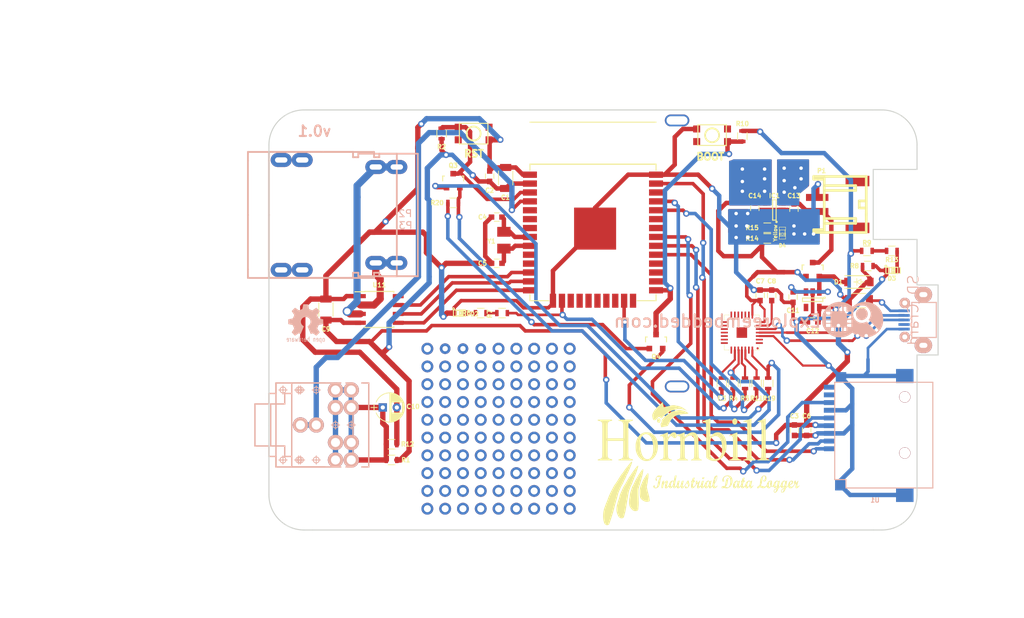
<source format=kicad_pcb>
(kicad_pcb (version 4) (host pcbnew "(2015-01-16 BZR 5376)-product")
  (layers (0 F.Cu signal) (31 B.Cu signal) (34 B.Paste user) (35 F.Paste user) (36 B.SilkS user) (37 F.SilkS user) (38 B.Mask user) (39 F.Mask user) (44 Edge.Cuts user))
  (net 0 "")
  (net 1 +3V3)
  (net 2 GND)
  (net 3 +5V)
  (net 4 "Net-(C4-Pad1)")
  (net 5 "Net-(C5-Pad1)")
  (net 6 "Net-(CON1-Pad1)")
  (net 7 "Net-(CON1-Pad2)")
  (net 8 "Net-(CON1-Pad3)")
  (net 9 "Net-(CON1-Pad4)")
  (net 10 /EN)
  (net 11 "Net-(M1-Pad5)")
  (net 12 "Net-(M1-Pad6)")
  (net 13 "Net-(M1-Pad7)")
  (net 14 "Net-(M1-Pad10)")
  (net 15 "Net-(M1-Pad11)")
  (net 16 /IO0)
  (net 17 "Net-(M1-Pad26)")
  (net 18 "Net-(M1-Pad32)")
  (net 19 "Net-(M1-Pad33)")
  (net 20 /RXD0)
  (net 21 /TXD0)
  (net 22 "Net-(M1-Pad36)")
  (net 23 /IO13)
  (net 24 "Net-(M1-Pad17)")
  (net 25 "Net-(M1-Pad18)")
  (net 26 "Net-(M1-Pad19)")
  (net 27 "Net-(M1-Pad20)")
  (net 28 "Net-(M1-Pad21)")
  (net 29 "Net-(M1-Pad22)")
  (net 30 /IO15)
  (net 31 "Net-(M1-Pad24)")
  (net 32 "Net-(Q3-Pad1)")
  (net 33 /RTS)
  (net 34 "Net-(Q4-Pad1)")
  (net 35 /DTR)
  (net 36 "Net-(D2-Pad2)")
  (net 37 "Net-(R6-Pad2)")
  (net 38 "Net-(D3-Pad2)")
  (net 39 "Net-(U9-Pad1)")
  (net 40 "Net-(U9-Pad9)")
  (net 41 "Net-(U9-Pad10)")
  (net 42 "Net-(U9-Pad11)")
  (net 43 "Net-(U9-Pad12)")
  (net 44 "Net-(U9-Pad13)")
  (net 45 "Net-(U9-Pad14)")
  (net 46 "Net-(U9-Pad15)")
  (net 47 "Net-(U9-Pad16)")
  (net 48 "Net-(U9-Pad17)")
  (net 49 "Net-(U9-Pad22)")
  (net 50 "Net-(C8-Pad1)")
  (net 51 "Net-(R3-Pad2)")
  (net 52 "Net-(R5-Pad2)")
  (net 53 "Net-(R11-Pad2)")
  (net 54 "Net-(U9-Pad2)")
  (net 55 "Net-(U9-Pad27)")
  (net 56 "Net-(U9-Pad21)")
  (net 57 "Net-(U9-Pad20)")
  (net 58 "Net-(U9-Pad18)")
  (net 59 "Net-(C10-Pad1)")
  (net 60 /SVP)
  (net 61 /SO)
  (net 62 /~CS)
  (net 63 /SCK)
  (net 64 "Net-(M1-Pad27)")
  (net 65 "Net-(M1-Pad28)")
  (net 66 /T-)
  (net 67 /T+)
  (net 68 "Net-(U11-Pad8)")
  (net 69 VCC)
  (net 70 +BATT)
  (net 71 "Net-(D4-Pad1)")
  (net 72 "Net-(IC1-Pad5)")
  (net 73 /IO5)
  (net 74 /IO18)
  (net 75 /IO19)
  (net 76 /IO23)
  (net 77 "Net-(R13-Pad2)")
  (net 78 "Net-(D4-Pad2)")
  (net 79 "Net-(U1-Pad8)")
  (net 80 "Net-(U1-Pad9)")
  (net 81 "Net-(U12-Pad4)")
  (net 82 "Net-(P4-Pad1)")
  (net 83 "Net-(P4-Pad2)")
  (net 84 "Net-(P4-Pad3)")
  (net 85 "Net-(P4-Pad4)")
  (net 86 "Net-(P4-Pad5)")
  (net 87 "Net-(P4-Pad6)")
  (net 88 "Net-(P4-Pad7)")
  (net 89 "Net-(P4-Pad8)")
  (net 90 "Net-(P4-Pad9)")
  (net 91 "Net-(P4-Pad10)")
  (net 92 "Net-(P5-Pad1)")
  (net 93 "Net-(P5-Pad2)")
  (net 94 "Net-(P5-Pad3)")
  (net 95 "Net-(P5-Pad4)")
  (net 96 "Net-(P5-Pad5)")
  (net 97 "Net-(P5-Pad6)")
  (net 98 "Net-(P5-Pad7)")
  (net 99 "Net-(P5-Pad8)")
  (net 100 "Net-(P5-Pad9)")
  (net 101 "Net-(P5-Pad10)")
  (net 102 "Net-(P6-Pad1)")
  (net 103 "Net-(P6-Pad2)")
  (net 104 "Net-(P6-Pad3)")
  (net 105 "Net-(P6-Pad4)")
  (net 106 "Net-(P6-Pad5)")
  (net 107 "Net-(P6-Pad6)")
  (net 108 "Net-(P6-Pad7)")
  (net 109 "Net-(P6-Pad8)")
  (net 110 "Net-(P6-Pad9)")
  (net 111 "Net-(P6-Pad10)")
  (net 112 "Net-(P7-Pad1)")
  (net 113 "Net-(P7-Pad2)")
  (net 114 "Net-(P7-Pad3)")
  (net 115 "Net-(P7-Pad4)")
  (net 116 "Net-(P7-Pad5)")
  (net 117 "Net-(P7-Pad6)")
  (net 118 "Net-(P7-Pad7)")
  (net 119 "Net-(P7-Pad8)")
  (net 120 "Net-(P7-Pad9)")
  (net 121 "Net-(P7-Pad10)")
  (net 122 "Net-(P8-Pad1)")
  (net 123 "Net-(P8-Pad2)")
  (net 124 "Net-(P8-Pad3)")
  (net 125 "Net-(P8-Pad4)")
  (net 126 "Net-(P8-Pad5)")
  (net 127 "Net-(P8-Pad6)")
  (net 128 "Net-(P8-Pad7)")
  (net 129 "Net-(P8-Pad8)")
  (net 130 "Net-(P8-Pad9)")
  (net 131 "Net-(P8-Pad10)")
  (net 132 "Net-(P9-Pad1)")
  (net 133 "Net-(P9-Pad2)")
  (net 134 "Net-(P9-Pad3)")
  (net 135 "Net-(P9-Pad4)")
  (net 136 "Net-(P9-Pad5)")
  (net 137 "Net-(P9-Pad6)")
  (net 138 "Net-(P9-Pad7)")
  (net 139 "Net-(P9-Pad8)")
  (net 140 "Net-(P9-Pad9)")
  (net 141 "Net-(P9-Pad10)")
  (net 142 "Net-(P10-Pad1)")
  (net 143 "Net-(P10-Pad2)")
  (net 144 "Net-(P10-Pad3)")
  (net 145 "Net-(P10-Pad4)")
  (net 146 "Net-(P10-Pad5)")
  (net 147 "Net-(P10-Pad6)")
  (net 148 "Net-(P10-Pad7)")
  (net 149 "Net-(P10-Pad8)")
  (net 150 "Net-(P10-Pad9)")
  (net 151 "Net-(P10-Pad10)")
  (net 152 "Net-(P11-Pad1)")
  (net 153 "Net-(P11-Pad2)")
  (net 154 "Net-(P11-Pad3)")
  (net 155 "Net-(P11-Pad4)")
  (net 156 "Net-(P11-Pad5)")
  (net 157 "Net-(P11-Pad6)")
  (net 158 "Net-(P11-Pad7)")
  (net 159 "Net-(P11-Pad8)")
  (net 160 "Net-(P11-Pad9)")
  (net 161 "Net-(P11-Pad10)")
  (net 162 "Net-(P12-Pad1)")
  (net 163 "Net-(P12-Pad2)")
  (net 164 "Net-(P12-Pad3)")
  (net 165 "Net-(P12-Pad4)")
  (net 166 "Net-(P12-Pad5)")
  (net 167 "Net-(P12-Pad6)")
  (net 168 "Net-(P12-Pad7)")
  (net 169 "Net-(P12-Pad8)")
  (net 170 "Net-(P12-Pad9)")
  (net 171 "Net-(P12-Pad10)")
  (module Mounting_Holes:MountingHole_2.5mm (layer F.Cu) (at 122 107)
    (fp_text reference U15 hide)
    (fp_text value MountingHole)
    (pad "" np_thru_hole oval (at 0 0) (size 3.5 1.7) (drill oval 3 1.2) (layers *.Cu *.Mask))
  )
  (module Mounting_Holes:MountingHole_2.5mm (layer F.Cu) (at 122 69)
    (fp_text reference U14 hide)
    (fp_text value MountingHole)
    (pad "" np_thru_hole oval (at 0 0) (size 3.5 1.7) (drill oval 3 1.2) (layers *.Cu *.Mask))
  )
  (module Pin_Headers:Pin_Header_Straight_1x10_Pitch2.54mm (layer F.Cu) (at 106.68 101.6)
    (fp_text reference P8 hide)
    (fp_text value CONN_01X10)
    (pad 1 thru_hole oval (at 0 0) (size 1.7 1.7) (drill 1) (layers *.Cu *.Mask) (net 122 "Net-(P8-Pad1)"))
    (pad 2 thru_hole oval (at 0 2.54) (size 1.7 1.7) (drill 1) (layers *.Cu *.Mask) (net 123 "Net-(P8-Pad2)"))
    (pad 3 thru_hole oval (at 0 5.08) (size 1.7 1.7) (drill 1) (layers *.Cu *.Mask) (net 124 "Net-(P8-Pad3)"))
    (pad 4 thru_hole oval (at 0 7.62) (size 1.7 1.7) (drill 1) (layers *.Cu *.Mask) (net 125 "Net-(P8-Pad4)"))
    (pad 5 thru_hole oval (at 0 10.16) (size 1.7 1.7) (drill 1) (layers *.Cu *.Mask) (net 126 "Net-(P8-Pad5)"))
    (pad 6 thru_hole oval (at 0 12.7) (size 1.7 1.7) (drill 1) (layers *.Cu *.Mask) (net 127 "Net-(P8-Pad6)"))
    (pad 7 thru_hole oval (at 0 15.24) (size 1.7 1.7) (drill 1) (layers *.Cu *.Mask) (net 128 "Net-(P8-Pad7)"))
    (pad 8 thru_hole oval (at 0 17.78) (size 1.7 1.7) (drill 1) (layers *.Cu *.Mask) (net 129 "Net-(P8-Pad8)"))
    (pad 9 thru_hole oval (at 0 20.32) (size 1.7 1.7) (drill 1) (layers *.Cu *.Mask) (net 130 "Net-(P8-Pad9)"))
    (pad 10 thru_hole oval (at 0 22.86) (size 1.7 1.7) (drill 1) (layers *.Cu *.Mask) (net 131 "Net-(P8-Pad10)"))
  )
  (module Pin_Headers:Pin_Header_Straight_1x10_Pitch2.54mm (layer F.Cu) (at 104.14 101.6)
    (fp_text reference P9 hide)
    (fp_text value CONN_01X10)
    (pad 1 thru_hole oval (at 0 0) (size 1.7 1.7) (drill 1) (layers *.Cu *.Mask) (net 132 "Net-(P9-Pad1)"))
    (pad 2 thru_hole oval (at 0 2.54) (size 1.7 1.7) (drill 1) (layers *.Cu *.Mask) (net 133 "Net-(P9-Pad2)"))
    (pad 3 thru_hole oval (at 0 5.08) (size 1.7 1.7) (drill 1) (layers *.Cu *.Mask) (net 134 "Net-(P9-Pad3)"))
    (pad 4 thru_hole oval (at 0 7.62) (size 1.7 1.7) (drill 1) (layers *.Cu *.Mask) (net 135 "Net-(P9-Pad4)"))
    (pad 5 thru_hole oval (at 0 10.16) (size 1.7 1.7) (drill 1) (layers *.Cu *.Mask) (net 136 "Net-(P9-Pad5)"))
    (pad 6 thru_hole oval (at 0 12.7) (size 1.7 1.7) (drill 1) (layers *.Cu *.Mask) (net 137 "Net-(P9-Pad6)"))
    (pad 7 thru_hole oval (at 0 15.24) (size 1.7 1.7) (drill 1) (layers *.Cu *.Mask) (net 138 "Net-(P9-Pad7)"))
    (pad 8 thru_hole oval (at 0 17.78) (size 1.7 1.7) (drill 1) (layers *.Cu *.Mask) (net 139 "Net-(P9-Pad8)"))
    (pad 9 thru_hole oval (at 0 20.32) (size 1.7 1.7) (drill 1) (layers *.Cu *.Mask) (net 140 "Net-(P9-Pad9)"))
    (pad 10 thru_hole oval (at 0 22.86) (size 1.7 1.7) (drill 1) (layers *.Cu *.Mask) (net 141 "Net-(P9-Pad10)"))
  )
  (module Pin_Headers:Pin_Header_Straight_1x10_Pitch2.54mm (layer F.Cu) (at 101.6 101.6)
    (fp_text reference P6 hide)
    (fp_text value CONN_01X10)
    (pad 1 thru_hole oval (at 0 0) (size 1.7 1.7) (drill 1) (layers *.Cu *.Mask) (net 102 "Net-(P6-Pad1)"))
    (pad 2 thru_hole oval (at 0 2.54) (size 1.7 1.7) (drill 1) (layers *.Cu *.Mask) (net 103 "Net-(P6-Pad2)"))
    (pad 3 thru_hole oval (at 0 5.08) (size 1.7 1.7) (drill 1) (layers *.Cu *.Mask) (net 104 "Net-(P6-Pad3)"))
    (pad 4 thru_hole oval (at 0 7.62) (size 1.7 1.7) (drill 1) (layers *.Cu *.Mask) (net 105 "Net-(P6-Pad4)"))
    (pad 5 thru_hole oval (at 0 10.16) (size 1.7 1.7) (drill 1) (layers *.Cu *.Mask) (net 106 "Net-(P6-Pad5)"))
    (pad 6 thru_hole oval (at 0 12.7) (size 1.7 1.7) (drill 1) (layers *.Cu *.Mask) (net 107 "Net-(P6-Pad6)"))
    (pad 7 thru_hole oval (at 0 15.24) (size 1.7 1.7) (drill 1) (layers *.Cu *.Mask) (net 108 "Net-(P6-Pad7)"))
    (pad 8 thru_hole oval (at 0 17.78) (size 1.7 1.7) (drill 1) (layers *.Cu *.Mask) (net 109 "Net-(P6-Pad8)"))
    (pad 9 thru_hole oval (at 0 20.32) (size 1.7 1.7) (drill 1) (layers *.Cu *.Mask) (net 110 "Net-(P6-Pad9)"))
    (pad 10 thru_hole oval (at 0 22.86) (size 1.7 1.7) (drill 1) (layers *.Cu *.Mask) (net 111 "Net-(P6-Pad10)"))
  )
  (module Pin_Headers:Pin_Header_Straight_1x10_Pitch2.54mm (layer F.Cu) (at 99.06 101.6)
    (fp_text reference P7 hide)
    (fp_text value CONN_01X10)
    (pad 1 thru_hole oval (at 0 0) (size 1.7 1.7) (drill 1) (layers *.Cu *.Mask) (net 112 "Net-(P7-Pad1)"))
    (pad 2 thru_hole oval (at 0 2.54) (size 1.7 1.7) (drill 1) (layers *.Cu *.Mask) (net 113 "Net-(P7-Pad2)"))
    (pad 3 thru_hole oval (at 0 5.08) (size 1.7 1.7) (drill 1) (layers *.Cu *.Mask) (net 114 "Net-(P7-Pad3)"))
    (pad 4 thru_hole oval (at 0 7.62) (size 1.7 1.7) (drill 1) (layers *.Cu *.Mask) (net 115 "Net-(P7-Pad4)"))
    (pad 5 thru_hole oval (at 0 10.16) (size 1.7 1.7) (drill 1) (layers *.Cu *.Mask) (net 116 "Net-(P7-Pad5)"))
    (pad 6 thru_hole oval (at 0 12.7) (size 1.7 1.7) (drill 1) (layers *.Cu *.Mask) (net 117 "Net-(P7-Pad6)"))
    (pad 7 thru_hole oval (at 0 15.24) (size 1.7 1.7) (drill 1) (layers *.Cu *.Mask) (net 118 "Net-(P7-Pad7)"))
    (pad 8 thru_hole oval (at 0 17.78) (size 1.7 1.7) (drill 1) (layers *.Cu *.Mask) (net 119 "Net-(P7-Pad8)"))
    (pad 9 thru_hole oval (at 0 20.32) (size 1.7 1.7) (drill 1) (layers *.Cu *.Mask) (net 120 "Net-(P7-Pad9)"))
    (pad 10 thru_hole oval (at 0 22.86) (size 1.7 1.7) (drill 1) (layers *.Cu *.Mask) (net 121 "Net-(P7-Pad10)"))
  )
  (module Pin_Headers:Pin_Header_Straight_1x10_Pitch2.54mm (layer F.Cu) (at 96.52 101.6)
    (fp_text reference P10 hide)
    (fp_text value CONN_01X10)
    (pad 1 thru_hole oval (at 0 0) (size 1.7 1.7) (drill 1) (layers *.Cu *.Mask) (net 142 "Net-(P10-Pad1)"))
    (pad 2 thru_hole oval (at 0 2.54) (size 1.7 1.7) (drill 1) (layers *.Cu *.Mask) (net 143 "Net-(P10-Pad2)"))
    (pad 3 thru_hole oval (at 0 5.08) (size 1.7 1.7) (drill 1) (layers *.Cu *.Mask) (net 144 "Net-(P10-Pad3)"))
    (pad 4 thru_hole oval (at 0 7.62) (size 1.7 1.7) (drill 1) (layers *.Cu *.Mask) (net 145 "Net-(P10-Pad4)"))
    (pad 5 thru_hole oval (at 0 10.16) (size 1.7 1.7) (drill 1) (layers *.Cu *.Mask) (net 146 "Net-(P10-Pad5)"))
    (pad 6 thru_hole oval (at 0 12.7) (size 1.7 1.7) (drill 1) (layers *.Cu *.Mask) (net 147 "Net-(P10-Pad6)"))
    (pad 7 thru_hole oval (at 0 15.24) (size 1.7 1.7) (drill 1) (layers *.Cu *.Mask) (net 148 "Net-(P10-Pad7)"))
    (pad 8 thru_hole oval (at 0 17.78) (size 1.7 1.7) (drill 1) (layers *.Cu *.Mask) (net 149 "Net-(P10-Pad8)"))
    (pad 9 thru_hole oval (at 0 20.32) (size 1.7 1.7) (drill 1) (layers *.Cu *.Mask) (net 150 "Net-(P10-Pad9)"))
    (pad 10 thru_hole oval (at 0 22.86) (size 1.7 1.7) (drill 1) (layers *.Cu *.Mask) (net 151 "Net-(P10-Pad10)"))
  )
  (module Pin_Headers:Pin_Header_Straight_1x10_Pitch2.54mm (layer F.Cu) (at 93.98 101.6)
    (fp_text reference P11 hide)
    (fp_text value CONN_01X10)
    (pad 1 thru_hole circle (at 0 0) (size 1.524 1.524) (drill 0.762) (layers *.Cu *.Mask) (net 152 "Net-(P11-Pad1)"))
    (pad 2 thru_hole oval (at 0 2.54) (size 1.7 1.7) (drill 1) (layers *.Cu *.Mask) (net 153 "Net-(P11-Pad2)"))
    (pad 3 thru_hole oval (at 0 5.08) (size 1.7 1.7) (drill 1) (layers *.Cu *.Mask) (net 154 "Net-(P11-Pad3)"))
    (pad 4 thru_hole oval (at 0 7.62) (size 1.7 1.7) (drill 1) (layers *.Cu *.Mask) (net 155 "Net-(P11-Pad4)"))
    (pad 5 thru_hole oval (at 0 10.16) (size 1.7 1.7) (drill 1) (layers *.Cu *.Mask) (net 156 "Net-(P11-Pad5)"))
    (pad 6 thru_hole oval (at 0 12.7) (size 1.7 1.7) (drill 1) (layers *.Cu *.Mask) (net 157 "Net-(P11-Pad6)"))
    (pad 7 thru_hole oval (at 0 15.24) (size 1.7 1.7) (drill 1) (layers *.Cu *.Mask) (net 158 "Net-(P11-Pad7)"))
    (pad 8 thru_hole oval (at 0 17.78) (size 1.7 1.7) (drill 1) (layers *.Cu *.Mask) (net 159 "Net-(P11-Pad8)"))
    (pad 9 thru_hole oval (at 0 20.32) (size 1.7 1.7) (drill 1) (layers *.Cu *.Mask) (net 160 "Net-(P11-Pad9)"))
    (pad 10 thru_hole oval (at 0 22.86) (size 1.7 1.7) (drill 1) (layers *.Cu *.Mask) (net 161 "Net-(P11-Pad10)"))
  )
  (module Pin_Headers:Pin_Header_Straight_1x10_Pitch2.54mm (layer F.Cu) (at 91.44 101.6)
    (fp_text reference P12 hide)
    (fp_text value CONN_01X10)
    (pad 1 thru_hole circle (at 0 0) (size 1.524 1.524) (drill 0.762) (layers *.Cu *.Mask) (net 162 "Net-(P12-Pad1)"))
    (pad 2 thru_hole oval (at 0 2.54) (size 1.7 1.7) (drill 1) (layers *.Cu *.Mask) (net 163 "Net-(P12-Pad2)"))
    (pad 3 thru_hole oval (at 0 5.08) (size 1.7 1.7) (drill 1) (layers *.Cu *.Mask) (net 164 "Net-(P12-Pad3)"))
    (pad 4 thru_hole oval (at 0 7.62) (size 1.7 1.7) (drill 1) (layers *.Cu *.Mask) (net 165 "Net-(P12-Pad4)"))
    (pad 5 thru_hole oval (at 0 10.16) (size 1.7 1.7) (drill 1) (layers *.Cu *.Mask) (net 166 "Net-(P12-Pad5)"))
    (pad 6 thru_hole oval (at 0 12.7) (size 1.7 1.7) (drill 1) (layers *.Cu *.Mask) (net 167 "Net-(P12-Pad6)"))
    (pad 7 thru_hole oval (at 0 15.24) (size 1.7 1.7) (drill 1) (layers *.Cu *.Mask) (net 168 "Net-(P12-Pad7)"))
    (pad 8 thru_hole oval (at 0 17.78) (size 1.7 1.7) (drill 1) (layers *.Cu *.Mask) (net 169 "Net-(P12-Pad8)"))
    (pad 9 thru_hole oval (at 0 20.32) (size 1.7 1.7) (drill 1) (layers *.Cu *.Mask) (net 170 "Net-(P12-Pad9)"))
    (pad 10 thru_hole oval (at 0 22.86) (size 1.7 1.7) (drill 1) (layers *.Cu *.Mask) (net 171 "Net-(P12-Pad10)"))
  )
  (module Pin_Headers:Pin_Header_Straight_1x10_Pitch2.54mm (layer F.Cu) (at 88.9 101.6)
    (fp_text reference P5 hide)
    (fp_text value CONN_01X10)
    (pad 1 thru_hole circle (at 0 0) (size 1.524 1.524) (drill 0.762) (layers *.Cu *.Mask) (net 92 "Net-(P5-Pad1)"))
    (pad 2 thru_hole oval (at 0 2.54) (size 1.7 1.7) (drill 1) (layers *.Cu *.Mask) (net 93 "Net-(P5-Pad2)"))
    (pad 3 thru_hole oval (at 0 5.08) (size 1.7 1.7) (drill 1) (layers *.Cu *.Mask) (net 94 "Net-(P5-Pad3)"))
    (pad 4 thru_hole oval (at 0 7.62) (size 1.7 1.7) (drill 1) (layers *.Cu *.Mask) (net 95 "Net-(P5-Pad4)"))
    (pad 5 thru_hole oval (at 0 10.16) (size 1.7 1.7) (drill 1) (layers *.Cu *.Mask) (net 96 "Net-(P5-Pad5)"))
    (pad 6 thru_hole oval (at 0 12.7) (size 1.7 1.7) (drill 1) (layers *.Cu *.Mask) (net 97 "Net-(P5-Pad6)"))
    (pad 7 thru_hole oval (at 0 15.24) (size 1.7 1.7) (drill 1) (layers *.Cu *.Mask) (net 98 "Net-(P5-Pad7)"))
    (pad 8 thru_hole oval (at 0 17.78) (size 1.7 1.7) (drill 1) (layers *.Cu *.Mask) (net 99 "Net-(P5-Pad8)"))
    (pad 9 thru_hole oval (at 0 20.32) (size 1.7 1.7) (drill 1) (layers *.Cu *.Mask) (net 100 "Net-(P5-Pad9)"))
    (pad 10 thru_hole oval (at 0 22.86) (size 1.7 1.7) (drill 1) (layers *.Cu *.Mask) (net 101 "Net-(P5-Pad10)"))
  )
  (module Pin_Headers:Pin_Header_Straight_1x10_Pitch2.54mm (layer F.Cu) (at 86.36 101.6)
    (fp_text reference P4 hide)
    (fp_text value CONN_01X10)
    (pad 1 thru_hole oval (at 0 0) (size 1.7 1.7) (drill 1) (layers *.Cu *.Mask) (net 82 "Net-(P4-Pad1)"))
    (pad 2 thru_hole oval (at 0 2.54) (size 1.7 1.7) (drill 1) (layers *.Cu *.Mask) (net 83 "Net-(P4-Pad2)"))
    (pad 3 thru_hole oval (at 0 5.08) (size 1.7 1.7) (drill 1) (layers *.Cu *.Mask) (net 84 "Net-(P4-Pad3)"))
    (pad 4 thru_hole oval (at 0 7.62) (size 1.7 1.7) (drill 1) (layers *.Cu *.Mask) (net 85 "Net-(P4-Pad4)"))
    (pad 5 thru_hole oval (at 0 10.16) (size 1.7 1.7) (drill 1) (layers *.Cu *.Mask) (net 86 "Net-(P4-Pad5)"))
    (pad 6 thru_hole oval (at 0 12.7) (size 1.7 1.7) (drill 1) (layers *.Cu *.Mask) (net 87 "Net-(P4-Pad6)"))
    (pad 7 thru_hole oval (at 0 15.24) (size 1.7 1.7) (drill 1) (layers *.Cu *.Mask) (net 88 "Net-(P4-Pad7)"))
    (pad 8 thru_hole oval (at 0 17.78) (size 1.7 1.7) (drill 1) (layers *.Cu *.Mask) (net 89 "Net-(P4-Pad8)"))
    (pad 9 thru_hole oval (at 0 20.32) (size 1.7 1.7) (drill 1) (layers *.Cu *.Mask) (net 90 "Net-(P4-Pad9)"))
    (pad 10 thru_hole oval (at 0 22.86) (size 1.7 1.7) (drill 1) (layers *.Cu *.Mask) (net 91 "Net-(P4-Pad10)"))
  )
  (module Explore:LED-0603_NEW (layer F.Cu) (at 90.932 96.52)
    (fp_text reference D2 (at 2.159 0.127) (layer F.SilkS) (effects (font (size 0.6 0.6))))
    (fp_text value Blue hide)
    (pad 1 smd rect (at -0.7493 0) (size 0.79756 0.79756) (layers F.Cu F.Paste F.Mask) (net 2 GND))
    (pad 2 smd rect (at 0.7493 0) (size 0.79756 0.79756) (layers F.Cu F.Paste F.Mask) (net 36 "Net-(D2-Pad2)"))
  )
  (module Explore:LED-0603_NEW (layer F.Cu) (at 152.654 90.424)
    (fp_text reference D3 (at 0 1.143) (layer F.SilkS) (effects (font (size 0.6 0.6))))
    (fp_text value LED hide)
    (pad 1 smd rect (at -0.7493 0) (size 0.79756 0.79756) (layers F.Cu F.Paste F.Mask) (net 2 GND))
    (pad 2 smd rect (at 0.7493 0) (size 0.79756 0.79756) (layers F.Cu F.Paste F.Mask) (net 38 "Net-(D3-Pad2)"))
  )
  (module Capacitors_SMD:C_1206 (layer F.Cu) (at 97.536 77.216 90)
    (fp_text reference C1 (at -2.784 -0.036 180) (layer F.SilkS) (effects (font (size 0.635 0.635))))
    (fp_text value 100uF)
    (pad 1 smd rect (at -1.5 0 90) (size 1 1.6) (layers F.Cu F.Paste F.Mask) (net 1 +3V3))
    (pad 2 smd rect (at 1.5 0 90) (size 1 1.6) (layers F.Cu F.Paste F.Mask) (net 2 GND))
  )
  (module Capacitors_SMD:C_0603 (layer F.Cu) (at 95.25 76.962 90)
    (fp_text reference C2 (at -2.038 0 180) (layer F.SilkS) (effects (font (size 0.635 0.635))))
    (fp_text value 100nF)
    (pad 1 smd rect (at -0.75 0 90) (size 0.8 0.75) (layers F.Cu F.Paste F.Mask) (net 1 +3V3))
    (pad 2 smd rect (at 0.75 0 90) (size 0.8 0.75) (layers F.Cu F.Paste F.Mask) (net 2 GND))
  )
  (module Capacitors_SMD:C_0603 (layer F.Cu) (at 138.75 113.25 270)
    (fp_text reference C3 (at -2.032 0 360) (layer F.SilkS) (effects (font (size 0.635 0.635))))
    (fp_text value 0.1uF)
    (pad 1 smd rect (at -0.75 0 270) (size 0.8 0.75) (layers F.Cu F.Paste F.Mask) (net 1 +3V3))
    (pad 2 smd rect (at 0.75 0 270) (size 0.8 0.75) (layers F.Cu F.Paste F.Mask) (net 2 GND))
  )
  (module Capacitors_SMD:C_0603 (layer F.Cu) (at 96.266 82.804 180)
    (fp_text reference C4 (at 2.032 0 180) (layer F.SilkS) (effects (font (size 0.635 0.635))))
    (fp_text value 15pF)
    (pad 1 smd rect (at -0.75 0 180) (size 0.8 0.75) (layers F.Cu F.Paste F.Mask) (net 4 "Net-(C4-Pad1)"))
    (pad 2 smd rect (at 0.75 0 180) (size 0.8 0.75) (layers F.Cu F.Paste F.Mask) (net 2 GND))
  )
  (module Capacitors_SMD:C_0603 (layer F.Cu) (at 96.266 89.408 180)
    (fp_text reference C5 (at 2.032 0 180) (layer F.SilkS) (effects (font (size 0.635 0.635))))
    (fp_text value 15pF)
    (pad 1 smd rect (at -0.75 0 180) (size 0.8 0.75) (layers F.Cu F.Paste F.Mask) (net 5 "Net-(C5-Pad1)"))
    (pad 2 smd rect (at 0.75 0 180) (size 0.8 0.75) (layers F.Cu F.Paste F.Mask) (net 2 GND))
  )
  (module Capacitors_SMD:C_0603 (layer F.Cu) (at 140.5 113.25 270)
    (fp_text reference C6 (at -2.032 0 360) (layer F.SilkS) (effects (font (size 0.635 0.635))))
    (fp_text value 0.1uF)
    (pad 1 smd rect (at -0.75 0 270) (size 0.8 0.75) (layers F.Cu F.Paste F.Mask) (net 1 +3V3))
    (pad 2 smd rect (at 0.75 0 270) (size 0.8 0.75) (layers F.Cu F.Paste F.Mask) (net 2 GND))
  )
  (module Capacitors_SMD:C_0603 (layer F.Cu) (at 135.509 93.98 90)
    (fp_text reference C8 (at 2.032 0 180) (layer F.SilkS) (effects (font (size 0.635 0.635))))
    (fp_text value 0.1uF)
    (pad 1 smd rect (at -0.75 0 90) (size 0.8 0.75) (layers F.Cu F.Paste F.Mask) (net 50 "Net-(C8-Pad1)"))
    (pad 2 smd rect (at 0.75 0 90) (size 0.8 0.75) (layers F.Cu F.Paste F.Mask) (net 2 GND))
  )
  (module Explore:USB_Micro-B_SMD_NEW_1 (layer B.Cu) (at 154.5 97.5 180)
    (fp_text reference CON1 hide)
    (fp_text value USB-MINI-B hide)
    (pad 1 smd rect (at 0.1 1.3 180) (size 1.6 0.4) (layers B.Cu B.Paste B.Mask) (net 6 "Net-(CON1-Pad1)"))
    (pad 2 smd rect (at 0.1 0.65 180) (size 1.6 0.4) (layers B.Cu B.Paste B.Mask) (net 7 "Net-(CON1-Pad2)"))
    (pad 3 smd rect (at 0.1 0 180) (size 1.6 0.4) (layers B.Cu B.Paste B.Mask) (net 8 "Net-(CON1-Pad3)"))
    (pad 4 smd rect (at 0.1 -0.65 180) (size 1.6 0.4) (layers B.Cu B.Paste B.Mask) (net 9 "Net-(CON1-Pad4)"))
    (pad 5 smd rect (at 0.1 -1.3 180) (size 1.6 0.4) (layers B.Cu B.Paste B.Mask) (net 2 GND))
    (pad "" thru_hole circle (at 0 2.425 180) (size 1.5 1.5) (drill 0.71) (layers *.Cu *.Mask B.SilkS))
    (pad "" thru_hole oval (at -2.65 3.625 180) (size 2.5 2.2) (drill oval 1.15 0.72) (layers *.Cu *.Mask B.SilkS))
    (pad "" thru_hole circle (at 0 -2.425 180) (size 1.5 1.5) (drill 0.71) (layers *.Cu *.Mask B.SilkS))
    (pad "" thru_hole oval (at -2.65 -3.625 180) (size 2.5 2.2) (drill oval 1.15 0.72) (layers *.Cu *.Mask B.SilkS))
  )
  (module Explore:ESP-32S (layer F.Cu) (at 110 82)
    (fp_text reference M1 hide)
    (fp_text value ESP-WROOM-32 hide)
    (pad 1 smd rect (at -9 -5.25) (size 2 0.9) (layers F.Cu F.Paste F.Mask) (net 2 GND))
    (pad 2 smd rect (at -9 -3.98) (size 2 0.9) (layers F.Cu F.Paste F.Mask) (net 1 +3V3))
    (pad 3 smd rect (at -9 -2.71) (size 2 0.9) (layers F.Cu F.Paste F.Mask) (net 10 /EN))
    (pad 4 smd rect (at -9 -1.44) (size 2 0.9) (layers F.Cu F.Paste F.Mask) (net 60 /SVP))
    (pad 5 smd rect (at -9 -0.17) (size 2 0.9) (layers F.Cu F.Paste F.Mask) (net 11 "Net-(M1-Pad5)"))
    (pad 6 smd rect (at -9 1.1) (size 2 0.9) (layers F.Cu F.Paste F.Mask) (net 12 "Net-(M1-Pad6)"))
    (pad 7 smd rect (at -9 2.37) (size 2 0.9) (layers F.Cu F.Paste F.Mask) (net 13 "Net-(M1-Pad7)"))
    (pad 8 smd rect (at -9 3.64) (size 2 0.9) (layers F.Cu F.Paste F.Mask) (net 4 "Net-(C4-Pad1)"))
    (pad 9 smd rect (at -9 4.91) (size 2 0.9) (layers F.Cu F.Paste F.Mask) (net 5 "Net-(C5-Pad1)"))
    (pad 10 smd rect (at -9 6.18) (size 2 0.9) (layers F.Cu F.Paste F.Mask) (net 14 "Net-(M1-Pad10)"))
    (pad 11 smd rect (at -9 7.45) (size 2 0.9) (layers F.Cu F.Paste F.Mask) (net 15 "Net-(M1-Pad11)"))
    (pad 12 smd rect (at -9 8.72) (size 2 0.9) (layers F.Cu F.Paste F.Mask) (net 61 /SO))
    (pad 13 smd rect (at -9 9.99) (size 2 0.9) (layers F.Cu F.Paste F.Mask) (net 62 /~CS))
    (pad 14 smd rect (at -9 11.26) (size 2 0.9) (layers F.Cu F.Paste F.Mask) (net 63 /SCK))
    (pad 38 smd rect (at 9 -5.25) (size 2 0.9) (layers F.Cu F.Paste F.Mask) (net 2 GND))
    (pad 25 smd rect (at 9 11.26) (size 2 0.9) (layers F.Cu F.Paste F.Mask) (net 16 /IO0))
    (pad 26 smd rect (at 9 9.99) (size 2 0.9) (layers F.Cu F.Paste F.Mask) (net 17 "Net-(M1-Pad26)"))
    (pad 27 smd rect (at 9 8.72) (size 2 0.9) (layers F.Cu F.Paste F.Mask) (net 64 "Net-(M1-Pad27)"))
    (pad 28 smd rect (at 9 7.45) (size 2 0.9) (layers F.Cu F.Paste F.Mask) (net 65 "Net-(M1-Pad28)"))
    (pad 29 smd rect (at 9 6.18) (size 2 0.9) (layers F.Cu F.Paste F.Mask) (net 73 /IO5))
    (pad 30 smd rect (at 9 4.91) (size 2 0.9) (layers F.Cu F.Paste F.Mask) (net 74 /IO18))
    (pad 31 smd rect (at 9 3.64) (size 2 0.9) (layers F.Cu F.Paste F.Mask) (net 75 /IO19))
    (pad 32 smd rect (at 9 2.37) (size 2 0.9) (layers F.Cu F.Paste F.Mask) (net 18 "Net-(M1-Pad32)"))
    (pad 33 smd rect (at 9 1.1) (size 2 0.9) (layers F.Cu F.Paste F.Mask) (net 19 "Net-(M1-Pad33)"))
    (pad 34 smd rect (at 9 -0.17) (size 2 0.9) (layers F.Cu F.Paste F.Mask) (net 20 /RXD0))
    (pad 35 smd rect (at 9 -1.44) (size 2 0.9) (layers F.Cu F.Paste F.Mask) (net 21 /TXD0))
    (pad 36 smd rect (at 9 -2.71) (size 2 0.9) (layers F.Cu F.Paste F.Mask) (net 22 "Net-(M1-Pad36)"))
    (pad 37 smd rect (at 9 -3.98) (size 2 0.9) (layers F.Cu F.Paste F.Mask) (net 76 /IO23))
    (pad 15 smd rect (at -5.715 12.75 90) (size 2 0.9) (layers F.Cu F.Paste F.Mask) (net 2 GND))
    (pad 16 smd rect (at -4.43 12.75 90) (size 2 0.9) (layers F.Cu F.Paste F.Mask) (net 23 /IO13))
    (pad 17 smd rect (at -3.175 12.75 90) (size 2 0.9) (layers F.Cu F.Paste F.Mask) (net 24 "Net-(M1-Pad17)"))
    (pad 18 smd rect (at -1.905 12.75 90) (size 2 0.9) (layers F.Cu F.Paste F.Mask) (net 25 "Net-(M1-Pad18)"))
    (pad 19 smd rect (at -0.635 12.75 90) (size 2 0.9) (layers F.Cu F.Paste F.Mask) (net 26 "Net-(M1-Pad19)"))
    (pad 20 smd rect (at 0.635 12.75 90) (size 2 0.9) (layers F.Cu F.Paste F.Mask) (net 27 "Net-(M1-Pad20)"))
    (pad 21 smd rect (at 1.905 12.75 90) (size 2 0.9) (layers F.Cu F.Paste F.Mask) (net 28 "Net-(M1-Pad21)"))
    (pad 22 smd rect (at 3.175 12.75 90) (size 2 0.9) (layers F.Cu F.Paste F.Mask) (net 29 "Net-(M1-Pad22)"))
    (pad 23 smd rect (at 4.445 12.75 90) (size 2 0.9) (layers F.Cu F.Paste F.Mask) (net 30 /IO15))
    (pad 24 smd rect (at 5.715 12.75 90) (size 2 0.9) (layers F.Cu F.Paste F.Mask) (net 31 "Net-(M1-Pad24)"))
    (pad 1 smd rect (at 0.3 2.45 90) (size 6 6) (layers F.Cu F.Paste F.Mask) (net 2 GND))
  )
  (module Resistors_SMD:R_0603 (layer F.Cu) (at 88.392 70.866 90)
    (fp_text reference R2 (at -1.905 0 180) (layer F.SilkS) (effects (font (size 0.635 0.635))))
    (fp_text value 10K)
    (pad 1 smd rect (at -0.75 0 90) (size 0.5 0.9) (layers F.Cu F.Paste F.Mask) (net 1 +3V3))
    (pad 2 smd rect (at 0.75 0 90) (size 0.5 0.9) (layers F.Cu F.Paste F.Mask) (net 10 /EN))
  )
  (module Resistors_SMD:R_0603 (layer F.Cu) (at 93.98 96.52)
    (fp_text reference R6 (at -2.032 0) (layer F.SilkS) (effects (font (size 0.635 0.635))))
    (fp_text value 1K)
    (pad 1 smd rect (at -0.75 0) (size 0.5 0.9) (layers F.Cu F.Paste F.Mask) (net 36 "Net-(D2-Pad2)"))
    (pad 2 smd rect (at 0.75 0) (size 0.5 0.9) (layers F.Cu F.Paste F.Mask) (net 37 "Net-(R6-Pad2)"))
  )
  (module Resistors_SMD:R_0603 (layer F.Cu) (at 97.028 96.52 180)
    (fp_text reference R7 (at 1.778 -0.127 270) (layer F.SilkS) (effects (font (size 0.635 0.635))))
    (fp_text value 0E)
    (pad 1 smd rect (at -0.75 0 180) (size 0.5 0.9) (layers F.Cu F.Paste F.Mask) (net 23 /IO13))
    (pad 2 smd rect (at 0.75 0 180) (size 0.5 0.9) (layers F.Cu F.Paste F.Mask) (net 37 "Net-(R6-Pad2)"))
  )
  (module Resistors_SMD:R_0603 (layer F.Cu) (at 149.225 89.789)
    (fp_text reference R8 (at -1.905 0) (layer F.SilkS) (effects (font (size 0.635 0.635))))
    (fp_text value 100K)
    (pad 1 smd rect (at -0.75 0) (size 0.5 0.9) (layers F.Cu F.Paste F.Mask) (net 69 VCC))
    (pad 2 smd rect (at 0.75 0) (size 0.5 0.9) (layers F.Cu F.Paste F.Mask) (net 2 GND))
  )
  (module Resistors_SMD:R_0603 (layer F.Cu) (at 149.098 87.63 180)
    (fp_text reference R9 (at 0 1.143 180) (layer F.SilkS) (effects (font (size 0.635 0.635))))
    (fp_text value 0E)
    (pad 1 smd rect (at -0.75 0 180) (size 0.5 0.9) (layers F.Cu F.Paste F.Mask) (net 77 "Net-(R13-Pad2)"))
    (pad 2 smd rect (at 0.75 0 180) (size 0.5 0.9) (layers F.Cu F.Paste F.Mask) (net 1 +3V3))
  )
  (module Resistors_SMD:R_0603 (layer F.Cu) (at 131.318 71.247 270)
    (fp_text reference R10 (at -1.778 0 360) (layer F.SilkS) (effects (font (size 0.635 0.635))))
    (fp_text value 10K)
    (pad 1 smd rect (at -0.75 0 270) (size 0.5 0.9) (layers F.Cu F.Paste F.Mask) (net 1 +3V3))
    (pad 2 smd rect (at 0.75 0 270) (size 0.5 0.9) (layers F.Cu F.Paste F.Mask) (net 16 /IO0))
  )
  (module Resistors_SMD:R_0603 (layer F.Cu) (at 135.001 106.553 90)
    (fp_text reference R19 (at -2.159 0.127 180) (layer F.SilkS) (effects (font (size 0.635 0.635))))
    (fp_text value 12K)
    (pad 1 smd rect (at -0.75 0 90) (size 0.5 0.9) (layers F.Cu F.Paste F.Mask) (net 32 "Net-(Q3-Pad1)"))
    (pad 2 smd rect (at 0.75 0 90) (size 0.5 0.9) (layers F.Cu F.Paste F.Mask) (net 35 /DTR))
  )
  (module Resistors_SMD:R_0603 (layer F.Cu) (at 90.043 80.772)
    (fp_text reference R20 (at -2.286 0) (layer F.SilkS) (effects (font (size 0.635 0.635))))
    (fp_text value 12K)
    (pad 1 smd rect (at -0.75 0) (size 0.5 0.9) (layers F.Cu F.Paste F.Mask) (net 34 "Net-(Q4-Pad1)"))
    (pad 2 smd rect (at 0.75 0) (size 0.5 0.9) (layers F.Cu F.Paste F.Mask) (net 33 /RTS))
  )
  (module Explore:smd_push2_New (layer F.Cu) (at 92.964 70.866)
    (fp_text reference SW1 hide)
    (fp_text value SW_PUSH hide)
    (pad 1 smd rect (at -2.2 -0.9) (size 1.00076 1.00076) (layers F.Cu F.Paste F.Mask) (net 10 /EN))
    (pad 2 smd rect (at 2.2 0.9) (size 1.00076 1.00076) (layers F.Cu F.Paste F.Mask) (net 2 GND))
    (pad 3 smd rect (at -2.2 0.9) (size 1.00076 1.00076) (layers F.Cu F.Paste F.Mask))
    (pad 4 smd rect (at 2.2 -0.9) (size 1.00076 1.00076) (layers F.Cu F.Paste F.Mask))
  )
  (module Explore:smd_push2_New (layer F.Cu) (at 127 71.12 180)
    (fp_text reference SW2 hide)
    (fp_text value SW_PUSH hide)
    (pad 1 smd rect (at -2.2 -0.9 180) (size 1.00076 1.00076) (layers F.Cu F.Paste F.Mask) (net 16 /IO0))
    (pad 2 smd rect (at 2.2 0.9 180) (size 1.00076 1.00076) (layers F.Cu F.Paste F.Mask) (net 2 GND))
    (pad 3 smd rect (at -2.2 0.9 180) (size 1.00076 1.00076) (layers F.Cu F.Paste F.Mask))
    (pad 4 smd rect (at 2.2 -0.9 180) (size 1.00076 1.00076) (layers F.Cu F.Paste F.Mask))
  )
  (module Explore:Logo_silk_OSHW_6x6mm (layer B.Cu) (at 69 97.5 180)
    (fp_text reference U2 hide)
    (fp_text value OSH_Symbol hide)
  )
  (module Logo:Logo_8 (layer B.Cu) (at 147.193 97.409 180)
    (fp_text reference U4 hide)
    (fp_text value EE_Logo hide)
  )
  (module Mounting_Holes:MountingHole_2.5mm (layer F.Cu) (at 140 125)
    (fp_text reference U5 hide)
    (fp_text value MountingHole)
    (pad 1 np_thru_hole circle (at 0 0) (size 2.5 2.5) (drill 2.5) (layers *.Cu *.Mask))
  )
  (module Mounting_Holes:MountingHole_2.5mm (layer F.Cu) (at 140 70)
    (fp_text reference U6 hide)
    (fp_text value MountingHole)
    (pad 1 np_thru_hole circle (at 0 0) (size 2.5 2.5) (drill 2.5) (layers *.Cu *.Mask))
  )
  (module Mounting_Holes:MountingHole_2.5mm (layer F.Cu) (at 80 125)
    (fp_text reference U7 hide)
    (fp_text value MountingHole)
    (pad 1 np_thru_hole circle (at 0 0) (size 2.5 2.5) (drill 2.5) (layers *.Cu *.Mask))
  )
  (module Mounting_Holes:MountingHole_2.5mm (layer F.Cu) (at 80 70)
    (fp_text reference U8 hide)
    (fp_text value MountingHole)
    (pad 1 np_thru_hole circle (at 0 0) (size 2.5 2.5) (drill 2.5) (layers *.Cu *.Mask))
  )
  (module Explore:SMD_RTC_Crstl (layer F.Cu) (at 97.282 86.106 270)
    (fp_text reference Y1 (at 0.144 1.782 360) (layer F.SilkS) (effects (font (size 0.635 0.635))))
    (fp_text value "32.768KHz RTC Crystal" hide)
    (pad 1 smd rect (at -1.2 0 270) (size 1.4 1.9) (layers F.Cu F.Paste F.Mask) (net 4 "Net-(C4-Pad1)"))
    (pad 2 smd rect (at 1.2 0 270) (size 1.4 1.9) (layers F.Cu F.Paste F.Mask) (net 5 "Net-(C5-Pad1)"))
  )
  (module Explore:SOT-23 (layer F.Cu) (at 90.043 77.597)
    (fp_text reference Q3 (at 0 -2.159) (layer F.SilkS) (effects (font (size 0.635 0.635))))
    (fp_text value S8050 hide)
    (pad 1 smd rect (at -0.95 1.00076) (size 0.8001 0.8001) (layers F.Cu F.Paste F.Mask) (net 32 "Net-(Q3-Pad1)"))
    (pad 2 smd rect (at 0.95 1.00076) (size 0.8001 0.8001) (layers F.Cu F.Paste F.Mask) (net 33 /RTS))
    (pad 3 smd rect (at 0 -0.99822) (size 0.8001 0.8001) (layers F.Cu F.Paste F.Mask) (net 10 /EN))
  )
  (module Explore:SOT-23 (layer F.Cu) (at 118.999 100.584)
    (fp_text reference Q4 (at 0 2.159) (layer F.SilkS) (effects (font (size 0.635 0.635))))
    (fp_text value S8050 hide)
    (pad 1 smd rect (at -0.95 1.00076) (size 0.8001 0.8001) (layers F.Cu F.Paste F.Mask) (net 34 "Net-(Q4-Pad1)"))
    (pad 2 smd rect (at 0.95 1.00076) (size 0.8001 0.8001) (layers F.Cu F.Paste F.Mask) (net 35 /DTR))
    (pad 3 smd rect (at 0 -0.99822) (size 0.8001 0.8001) (layers F.Cu F.Paste F.Mask) (net 16 /IO0))
  )
  (module Capacitors_SMD:C_0603 (layer F.Cu) (at 133.858 93.98 270)
    (fp_text reference C7 (at -2.032 0 360) (layer F.SilkS) (effects (font (size 0.635 0.635))))
    (fp_text value 0.1uF)
    (pad 1 smd rect (at -0.75 0 270) (size 0.8 0.75) (layers F.Cu F.Paste F.Mask) (net 2 GND))
    (pad 2 smd rect (at 0.75 0 270) (size 0.8 0.75) (layers F.Cu F.Paste F.Mask) (net 69 VCC))
  )
  (module Explore:Fuse_500mA (layer F.Cu) (at 147.955 94.742)
    (fp_text reference F1 hide)
    (fp_text value 500mA hide)
    (pad 1 smd rect (at -1.5 0) (size 1 1.6) (layers F.Cu F.Paste F.Mask) (net 69 VCC))
    (pad 2 smd rect (at 1.5 0) (size 1 1.6) (layers F.Cu F.Paste F.Mask) (net 6 "Net-(CON1-Pad1)"))
  )
  (module Resistors_SMD:R_0603 (layer F.Cu) (at 128.397 106.553 90)
    (fp_text reference R3 (at -2.159 0 180) (layer F.SilkS) (effects (font (size 0.635 0.635))))
    (fp_text value 0E)
    (pad 1 smd rect (at -0.75 0 90) (size 0.5 0.9) (layers F.Cu F.Paste F.Mask) (net 30 /IO15))
    (pad 2 smd rect (at 0.75 0 90) (size 0.5 0.9) (layers F.Cu F.Paste F.Mask) (net 51 "Net-(R3-Pad2)"))
  )
  (module Resistors_SMD:R_0603 (layer F.Cu) (at 130.048 106.553 90)
    (fp_text reference R4 (at -2.159 0 180) (layer F.SilkS) (effects (font (size 0.635 0.635))))
    (fp_text value 0E)
    (pad 1 smd rect (at -0.75 0 90) (size 0.5 0.9) (layers F.Cu F.Paste F.Mask) (net 23 /IO13))
    (pad 2 smd rect (at 0.75 0 90) (size 0.5 0.9) (layers F.Cu F.Paste F.Mask) (net 33 /RTS))
  )
  (module Resistors_SMD:R_0603 (layer F.Cu) (at 131.699 106.553 90)
    (fp_text reference R5 (at -2.159 0 180) (layer F.SilkS) (effects (font (size 0.635 0.635))))
    (fp_text value 0E)
    (pad 1 smd rect (at -0.75 0 90) (size 0.5 0.9) (layers F.Cu F.Paste F.Mask) (net 21 /TXD0))
    (pad 2 smd rect (at 0.75 0 90) (size 0.5 0.9) (layers F.Cu F.Paste F.Mask) (net 52 "Net-(R5-Pad2)"))
  )
  (module Resistors_SMD:R_0603 (layer F.Cu) (at 133.35 106.553 90)
    (fp_text reference R11 (at -2.159 0 180) (layer F.SilkS) (effects (font (size 0.635 0.635))))
    (fp_text value 0E)
    (pad 1 smd rect (at -0.75 0 90) (size 0.5 0.9) (layers F.Cu F.Paste F.Mask) (net 20 /RXD0))
    (pad 2 smd rect (at 0.75 0 90) (size 0.5 0.9) (layers F.Cu F.Paste F.Mask) (net 53 "Net-(R11-Pad2)"))
  )
  (module Explore:cp2102_xl2 (layer F.Cu) (at 131.246 99.302 180)
    (fp_text reference U9 hide)
    (fp_text value CP2102 hide)
    (pad 7 smd rect (at -2.49936 1.50114 180) (size 1.00076 0.23114) (layers F.Cu F.Paste F.Mask) (net 69 VCC))
    (pad 6 smd rect (at -2.49936 1.00076 180) (size 1.00076 0.23114) (layers F.Cu F.Paste F.Mask) (net 50 "Net-(C8-Pad1)"))
    (pad 5 smd rect (at -2.49936 0.50038 180) (size 1.00076 0.23114) (layers F.Cu F.Paste F.Mask) (net 7 "Net-(CON1-Pad2)"))
    (pad 4 smd rect (at -2.49936 0 180) (size 1.00076 0.23114) (layers F.Cu F.Paste F.Mask) (net 8 "Net-(CON1-Pad3)"))
    (pad 3 smd rect (at -2.49936 -0.50038 180) (size 1.00076 0.23114) (layers F.Cu F.Paste F.Mask) (net 2 GND))
    (pad 2 smd rect (at -2.49936 -1.00076 180) (size 1.00076 0.23114) (layers F.Cu F.Paste F.Mask) (net 54 "Net-(U9-Pad2)"))
    (pad 1 smd rect (at -2.49936 -1.50114 180) (size 1.00076 0.23114) (layers F.Cu F.Paste F.Mask) (net 39 "Net-(U9-Pad1)"))
    (pad 28 smd rect (at -1.50114 -2.49936 180) (size 0.23114 1.00076) (layers F.Cu F.Paste F.Mask) (net 35 /DTR))
    (pad 27 smd rect (at -1.00076 -2.49936 180) (size 0.23114 1.00076) (layers F.Cu F.Paste F.Mask) (net 55 "Net-(U9-Pad27)"))
    (pad 26 smd rect (at -0.50038 -2.49936 180) (size 0.23114 1.00076) (layers F.Cu F.Paste F.Mask) (net 53 "Net-(R11-Pad2)"))
    (pad 25 smd rect (at 0 -2.49936 180) (size 0.23114 1.00076) (layers F.Cu F.Paste F.Mask) (net 52 "Net-(R5-Pad2)"))
    (pad 24 smd rect (at 0.50038 -2.49936 180) (size 0.23114 1.00076) (layers F.Cu F.Paste F.Mask) (net 33 /RTS))
    (pad 23 smd rect (at 1.00076 -2.49936 180) (size 0.23114 1.00076) (layers F.Cu F.Paste F.Mask) (net 51 "Net-(R3-Pad2)"))
    (pad 22 smd rect (at 1.50114 -2.49936 180) (size 0.23114 1.00076) (layers F.Cu F.Paste F.Mask) (net 49 "Net-(U9-Pad22)"))
    (pad 21 smd rect (at 2.49936 -1.50114 180) (size 1.00076 0.23114) (layers F.Cu F.Paste F.Mask) (net 56 "Net-(U9-Pad21)"))
    (pad 20 smd rect (at 2.49936 -1.00076 180) (size 1.00076 0.23114) (layers F.Cu F.Paste F.Mask) (net 57 "Net-(U9-Pad20)"))
    (pad 19 smd rect (at 2.49936 -0.50038 180) (size 1.00076 0.23114) (layers F.Cu F.Paste F.Mask))
    (pad 18 smd rect (at 2.49936 0 180) (size 1.00076 0.23114) (layers F.Cu F.Paste F.Mask) (net 58 "Net-(U9-Pad18)"))
    (pad 17 smd rect (at 2.49936 0.50038 180) (size 1.00076 0.23114) (layers F.Cu F.Paste F.Mask) (net 48 "Net-(U9-Pad17)"))
    (pad 16 smd rect (at 2.49936 1.00076 180) (size 1.00076 0.23114) (layers F.Cu F.Paste F.Mask) (net 47 "Net-(U9-Pad16)"))
    (pad 15 smd rect (at 2.49936 1.50114 180) (size 1.00076 0.23114) (layers F.Cu F.Paste F.Mask) (net 46 "Net-(U9-Pad15)"))
    (pad 14 smd rect (at 1.50114 2.49936 180) (size 0.23114 1.00076) (layers F.Cu F.Paste F.Mask) (net 45 "Net-(U9-Pad14)"))
    (pad 13 smd rect (at 1.00076 2.49936 180) (size 0.23114 1.00076) (layers F.Cu F.Paste F.Mask) (net 44 "Net-(U9-Pad13)"))
    (pad 12 smd rect (at 0.50038 2.49936 180) (size 0.23114 1.00076) (layers F.Cu F.Paste F.Mask) (net 43 "Net-(U9-Pad12)"))
    (pad 11 smd rect (at 0 2.49936 180) (size 0.23114 1.00076) (layers F.Cu F.Paste F.Mask) (net 42 "Net-(U9-Pad11)"))
    (pad 10 smd rect (at -0.50038 2.49936 180) (size 0.23114 1.00076) (layers F.Cu F.Paste F.Mask) (net 41 "Net-(U9-Pad10)"))
    (pad 9 smd rect (at -1.00076 2.49936 180) (size 0.23114 1.00076) (layers F.Cu F.Paste F.Mask) (net 40 "Net-(U9-Pad9)"))
    (pad 8 smd rect (at -1.50114 2.49936 180) (size 0.23114 1.00076) (layers F.Cu F.Paste F.Mask) (net 69 VCC))
    (pad 29 smd rect (at 0 0 180) (size 1.50114 1.50114) (layers F.Cu F.Paste F.Mask))
    (pad "" smd circle (at -2.25044 -2.25044 180) (size 0.29972 0.29972) (layers F.Cu F.Paste F.Mask))
  )
  (module Capacitors_SMD:C_1206 (layer F.Cu) (at 71.882 96.012 270)
    (fp_text reference C9 (at 2.794 0 360) (layer F.SilkS) (effects (font (size 0.635 0.635))))
    (fp_text value 0.1uF)
    (pad 1 smd rect (at -1.5 0 270) (size 1 1.6) (layers F.Cu F.Paste F.Mask) (net 2 GND))
    (pad 2 smd rect (at 1.5 0 270) (size 1 1.6) (layers F.Cu F.Paste F.Mask) (net 1 +3V3))
  )
  (module Resistors_SMD:R_0603 (layer F.Cu) (at 81.25 117.5 180)
    (fp_text reference R1 (at -2.032 0 180) (layer F.SilkS) (effects (font (size 0.635 0.635))))
    (fp_text value 10K)
    (pad 1 smd rect (at -0.75 0 180) (size 0.5 0.9) (layers F.Cu F.Paste F.Mask) (net 1 +3V3))
    (pad 2 smd rect (at 0.75 0 180) (size 0.5 0.9) (layers F.Cu F.Paste F.Mask) (net 59 "Net-(C10-Pad1)"))
  )
  (module Resistors_SMD:R_0603 (layer F.Cu) (at 81.25 115.25)
    (fp_text reference R12 (at 2.286 0) (layer F.SilkS) (effects (font (size 0.635 0.635))))
    (fp_text value 10K)
    (pad 1 smd rect (at -0.75 0) (size 0.5 0.9) (layers F.Cu F.Paste F.Mask) (net 59 "Net-(C10-Pad1)"))
    (pad 2 smd rect (at 0.75 0) (size 0.5 0.9) (layers F.Cu F.Paste F.Mask) (net 2 GND))
  )
  (module Explore:3.5mm_Jack (layer B.Cu) (at 68.25 112.5)
    (fp_text reference U10 hide)
    (fp_text value 3.5MM_JACK hide)
    (pad 1 thru_hole circle (at 0 0) (size 2.18186 2.18186) (drill 1.29794) (layers *.Cu *.Mask B.Paste B.SilkS) (net 60 /SVP))
    (pad 2 thru_hole circle (at 4.99872 4.99872) (size 2.18186 2.18186) (drill 1.29794) (layers *.Cu *.Mask B.Paste B.SilkS) (net 59 "Net-(C10-Pad1)"))
    (pad 3 thru_hole circle (at 4.99872 2.49936) (size 2.18186 2.18186) (drill 1.29794) (layers *.Cu *.Mask B.Paste B.SilkS) (net 59 "Net-(C10-Pad1)"))
    (pad 4 thru_hole circle (at 4.99872 -2.49936) (size 2.18186 2.18186) (drill 1.29794) (layers *.Cu *.Mask B.Paste B.SilkS) (net 59 "Net-(C10-Pad1)"))
    (pad 5 thru_hole circle (at 4.99872 -4.99872) (size 2.18186 2.18186) (drill 1.29794) (layers *.Cu *.Mask B.Paste B.SilkS) (net 59 "Net-(C10-Pad1)"))
  )
  (module Housings_SOIC:SOIC-8_3.9x4.9mm_Pitch1.27mm (layer F.Cu) (at 79.5 96)
    (fp_text reference U11 (at 0 -3.5) (layer F.SilkS) (effects (font (size 0.635 0.635))))
    (fp_text value MAX6675)
    (pad 1 smd rect (at -2.7 -1.905) (size 1.55 0.6) (layers F.Cu F.Paste F.Mask) (net 2 GND))
    (pad 2 smd rect (at -2.7 -0.635) (size 1.55 0.6) (layers F.Cu F.Paste F.Mask) (net 66 /T-))
    (pad 3 smd rect (at -2.7 0.635) (size 1.55 0.6) (layers F.Cu F.Paste F.Mask) (net 67 /T+))
    (pad 4 smd rect (at -2.7 1.905) (size 1.55 0.6) (layers F.Cu F.Paste F.Mask) (net 1 +3V3))
    (pad 5 smd rect (at 2.7 1.905) (size 1.55 0.6) (layers F.Cu F.Paste F.Mask) (net 63 /SCK))
    (pad 6 smd rect (at 2.7 0.635) (size 1.55 0.6) (layers F.Cu F.Paste F.Mask) (net 62 /~CS))
    (pad 7 smd rect (at 2.7 -0.635) (size 1.55 0.6) (layers F.Cu F.Paste F.Mask) (net 61 /SO))
    (pad 8 smd rect (at 2.7 -1.905) (size 1.55 0.6) (layers F.Cu F.Paste F.Mask) (net 68 "Net-(U11-Pad8)"))
  )
  (module "Explore:Thermocouple Connector" (layer B.Cu) (at 79 82.5)
    (fp_text reference P2 (at 4.205 -0.204) (layer B.SilkS) (effects (justify mirror)))
    (fp_text value CONN_01X02)
    (pad 1 thru_hole oval (at 0 -6.85) (size 3 2) (drill oval 1.77 0.762) (layers *.Cu *.Mask) (net 67 /T+))
    (pad 2 thru_hole oval (at 0 6.85) (size 3 2) (drill oval 1.77 0.762) (layers *.Cu *.Mask) (net 66 /T-))
    (pad 3 thru_hole oval (at -13.5 7.85) (size 3 2) (drill oval 1.77 0.762) (layers *.Cu *.Mask))
    (pad 4 thru_hole oval (at -13.5 -7.85) (size 3 2) (drill oval 1.77 0.762) (layers *.Cu *.Mask))
  )
  (module "IDL_Logo:Hornbill IDL" (layer F.Cu) (at 125 118)
    (fp_text reference U3 hide)
    (fp_text value EE_Logo hide)
  )
  (module Capacitors_ThroughHole:CP_Radial_D4.0mm_P2.00mm (layer F.Cu) (at 80 110)
    (fp_text reference C10 (at 4.318 -0.127) (layer F.SilkS) (effects (font (size 0.635 0.635))))
    (fp_text value 10uF)
    (pad 1 thru_hole rect (at 0 0) (size 1.2 1.2) (drill 0.6) (layers *.Cu *.Mask) (net 59 "Net-(C10-Pad1)"))
    (pad 2 thru_hole circle (at 2 0) (size 1.2 1.2) (drill 0.6) (layers *.Cu *.Mask) (net 2 GND))
  )
  (module Capacitors_SMD:C_0603 (layer F.Cu) (at 138.557 94.234 270)
    (fp_text reference C11 (at 1.905 0 360) (layer F.SilkS) (effects (font (size 0.635 0.635))))
    (fp_text value 1uF)
    (pad 1 smd rect (at -0.75 0 270) (size 0.8 0.75) (layers F.Cu F.Paste F.Mask) (net 3 +5V))
    (pad 2 smd rect (at 0.75 0 270) (size 0.8 0.75) (layers F.Cu F.Paste F.Mask) (net 2 GND))
  )
  (module Capacitors_SMD:C_0603 (layer F.Cu) (at 141.351 97.79 180)
    (fp_text reference C12 (at 0 -1.27 180) (layer F.SilkS) (effects (font (size 0.635 0.635))))
    (fp_text value 2.2uF)
    (pad 1 smd rect (at -0.75 0 180) (size 0.8 0.75) (layers F.Cu F.Paste F.Mask) (net 1 +3V3))
    (pad 2 smd rect (at 0.75 0 180) (size 0.8 0.75) (layers F.Cu F.Paste F.Mask) (net 2 GND))
  )
  (module Capacitors_SMD:C_0603 (layer F.Cu) (at 138.684 81.661 270)
    (fp_text reference C13 (at -1.905 0 360) (layer F.SilkS) (effects (font (size 0.635 0.635))))
    (fp_text value 4.7uF)
    (pad 1 smd rect (at -0.75 0 270) (size 0.8 0.75) (layers F.Cu F.Paste F.Mask) (net 70 +BATT))
    (pad 2 smd rect (at 0.75 0 270) (size 0.8 0.75) (layers F.Cu F.Paste F.Mask) (net 2 GND))
  )
  (module Capacitors_SMD:C_0603 (layer F.Cu) (at 133.096 81.534 270)
    (fp_text reference C14 (at -1.778 0 360) (layer F.SilkS) (effects (font (size 0.635 0.635))))
    (fp_text value 4.7uF)
    (pad 1 smd rect (at -0.75 0 270) (size 0.8 0.75) (layers F.Cu F.Paste F.Mask) (net 69 VCC))
    (pad 2 smd rect (at 0.75 0 270) (size 0.8 0.75) (layers F.Cu F.Paste F.Mask) (net 2 GND))
  )
  (module Explore:SOD-80_diode_1 (layer F.Cu) (at 147.955 92.075)
    (fp_text reference D1 (at -2.921 0) (layer F.SilkS) (effects (font (size 0.635 0.635))))
    (fp_text value BAT20J hide)
    (pad 1 smd rect (at -1.635 0) (size 0.91 1.22) (layers F.Cu F.Paste F.Mask) (net 3 +5V))
    (pad 2 smd rect (at 1.635 0) (size 0.91 1.22) (layers F.Cu F.Paste F.Mask) (net 69 VCC))
  )
  (module Explore:SOT-23-5 (layer F.Cu) (at 135.89 81.788 180)
    (fp_text reference IC1 (at 0 2.032 180) (layer F.SilkS) (effects (font (size 0.635 0.635))))
    (fp_text value MCP73831 hide)
    (pad 1 smd rect (at -1.1 -0.95 180) (size 1.06 0.65) (layers F.Cu F.Paste F.Mask) (net 71 "Net-(D4-Pad1)"))
    (pad 2 smd rect (at -1.1 0 180) (size 1.06 0.65) (layers F.Cu F.Paste F.Mask) (net 2 GND))
    (pad 3 smd rect (at -1.1 0.95 180) (size 1.06 0.65) (layers F.Cu F.Paste F.Mask) (net 70 +BATT))
    (pad 4 smd rect (at 1.1 0.95 180) (size 1.06 0.65) (layers F.Cu F.Paste F.Mask) (net 69 VCC))
    (pad 5 smd rect (at 1.1 -0.95 180) (size 1.06 0.65) (layers F.Cu F.Paste F.Mask) (net 72 "Net-(IC1-Pad5)"))
  )
  (module Explore:JST_SMD (layer F.Cu) (at 142 81 90)
    (fp_text reference P1 (at 4.8 0.621 180) (layer F.SilkS) (effects (font (size 0.635 0.635) (thickness 0.15875))))
    (fp_text value LIPO hide)
    (pad 1 smd rect (at -1.00076 0 90) (size 0.99568 3.2) (layers F.Cu F.Paste F.Mask) (net 70 +BATT))
    (pad 2 smd rect (at 1.00076 0 90) (size 0.99822 3.2) (layers F.Cu F.Paste F.Mask) (net 2 GND))
    (pad "" smd rect (at -3.34518 5.74802 90) (size 1.4986 3.39852) (layers F.Cu F.Paste F.Mask))
    (pad "" smd rect (at 3.34772 5.74802 90) (size 1.4986 3.39598) (layers F.Cu F.Paste F.Mask))
  )
  (module Explore:SOT-23 (layer F.Cu) (at 141.351 90.297)
    (fp_text reference Q1 hide)
    (fp_text value IRLML5203 hide)
    (pad 1 smd rect (at -0.95 1.00076) (size 0.8001 0.8001) (layers F.Cu F.Paste F.Mask) (net 69 VCC))
    (pad 2 smd rect (at 0.95 1.00076) (size 0.8001 0.8001) (layers F.Cu F.Paste F.Mask) (net 3 +5V))
    (pad 3 smd rect (at 0 -0.99822) (size 0.8001 0.8001) (layers F.Cu F.Paste F.Mask) (net 70 +BATT))
  )
  (module Resistors_SMD:R_0603 (layer F.Cu) (at 152.654 87.63 180)
    (fp_text reference R13 (at 0 -1.27 180) (layer F.SilkS) (effects (font (size 0.635 0.635))))
    (fp_text value 1K)
    (pad 1 smd rect (at -0.75 0 180) (size 0.5 0.9) (layers F.Cu F.Paste F.Mask) (net 38 "Net-(D3-Pad2)"))
    (pad 2 smd rect (at 0.75 0 180) (size 0.5 0.9) (layers F.Cu F.Paste F.Mask) (net 77 "Net-(R13-Pad2)"))
  )
  (module Resistors_SMD:R_0603 (layer F.Cu) (at 134.874 84.328 180)
    (fp_text reference R14 (at 2.159 -1.524 180) (layer F.SilkS) (effects (font (size 0.635 0.635))))
    (fp_text value 2K)
    (pad 1 smd rect (at -0.75 0 180) (size 0.5 0.9) (layers F.Cu F.Paste F.Mask) (net 72 "Net-(IC1-Pad5)"))
    (pad 2 smd rect (at 0.75 0 180) (size 0.5 0.9) (layers F.Cu F.Paste F.Mask) (net 2 GND))
  )
  (module Resistors_SMD:R_0603 (layer F.Cu) (at 134.874 85.852)
    (fp_text reference R15 (at -2.159 -1.524) (layer F.SilkS) (effects (font (size 0.635 0.635))))
    (fp_text value 1K)
    (pad 1 smd rect (at -0.75 0) (size 0.5 0.9) (layers F.Cu F.Paste F.Mask) (net 69 VCC))
    (pad 2 smd rect (at 0.75 0) (size 0.5 0.9) (layers F.Cu F.Paste F.Mask) (net 78 "Net-(D4-Pad2)"))
  )
  (module Explore:Micro_SD (layer B.Cu) (at 144.5 111.5 270)
    (fp_text reference U1 (at 11.75 -5.75 360) (layer B.SilkS) (effects (font (size 0.635 0.635)) (justify mirror)))
    (fp_text value SD_Crard (at -15.4 -11.2 270) (layer B.SilkS) (effects (font (size 1.5 1.5)) (justify mirror)))
    (pad 1 smd rect (at 4.4 0.8 270) (size 0.7 1.5) (layers B.Cu B.Paste B.Mask) (net 73 /IO5))
    (pad 2 smd rect (at 3.3 0.8 270) (size 0.7 1.5) (layers B.Cu B.Paste B.Mask) (net 76 /IO23))
    (pad 3 smd rect (at 2.2 0.8 270) (size 0.7 1.5) (layers B.Cu B.Paste B.Mask) (net 2 GND))
    (pad 4 smd rect (at 1.1 0.8 270) (size 0.7 1.5) (layers B.Cu B.Paste B.Mask) (net 1 +3V3))
    (pad 5 smd rect (at 0 0.8 270) (size 0.7 1.5) (layers B.Cu B.Paste B.Mask) (net 74 /IO18))
    (pad 6 smd rect (at -1.1 0.8 270) (size 0.7 1.5) (layers B.Cu B.Paste B.Mask) (net 2 GND))
    (pad 7 smd rect (at -2.2 0.8 270) (size 0.7 1.5) (layers B.Cu B.Paste B.Mask) (net 75 /IO19))
    (pad 8 smd rect (at -3.3 0.8 270) (size 0.7 1.5) (layers B.Cu B.Paste B.Mask) (net 79 "Net-(U1-Pad8)"))
    (pad 9 smd rect (at -4.4 0.8 270) (size 0.7 1.5) (layers B.Cu B.Paste B.Mask) (net 80 "Net-(U1-Pad9)"))
    (pad 10 smd rect (at -5.8 -0.9 270) (size 1.5 1.5) (layers B.Cu B.Paste B.Mask) (net 2 GND))
    (pad 11 smd rect (at 9.6 -0.8 270) (size 1.5 1.5) (layers B.Cu B.Paste B.Mask) (net 2 GND))
    (pad 12 smd rect (at -6 -10 270) (size 2 2.5) (layers B.Cu B.Paste B.Mask) (net 2 GND))
    (pad 13 smd rect (at 11 -10 270) (size 2 2.5) (layers B.Cu B.Paste B.Mask) (net 2 GND))
    (pad "" thru_hole circle (at -3 -10 270) (size 1.6 1.6) (drill 1.5) (layers *.Cu *.Mask B.SilkS))
    (pad "" thru_hole circle (at 5 -10 270) (size 1.6 1.6) (drill 1.5) (layers *.Cu *.Mask B.SilkS))
  )
  (module Explore:SOT-23-5 (layer F.Cu) (at 141.351 94.615 270)
    (fp_text reference U12 hide)
    (fp_text value AP2112K hide)
    (pad 1 smd rect (at -1.1 -0.95 270) (size 1.06 0.65) (layers F.Cu F.Paste F.Mask) (net 3 +5V))
    (pad 2 smd rect (at -1.1 0 270) (size 1.06 0.65) (layers F.Cu F.Paste F.Mask) (net 2 GND))
    (pad 3 smd rect (at -1.1 0.95 270) (size 1.06 0.65) (layers F.Cu F.Paste F.Mask) (net 3 +5V))
    (pad 4 smd rect (at 1.1 0.95 270) (size 1.06 0.65) (layers F.Cu F.Paste F.Mask) (net 81 "Net-(U12-Pad4)"))
    (pad 5 smd rect (at 1.1 -0.95 270) (size 1.06 0.65) (layers F.Cu F.Paste F.Mask) (net 1 +3V3))
  )
  (module Explore:LED-0603 (layer F.Cu) (at 137.033 85.09 270)
    (fp_text reference D4 (at 1.778 0 360) (layer F.SilkS) (effects (font (size 0.508 0.508) (thickness 0.127))))
    (fp_text value Yellow (at 0 1.016 270) (layer F.SilkS) (effects (font (size 0.508 0.508) (thickness 0.127))))
    (pad 1 smd rect (at -0.7493 0 270) (size 0.79756 0.79756) (layers F.Cu F.Paste F.Mask) (net 71 "Net-(D4-Pad1)"))
    (pad 2 smd rect (at 0.7493 0 270) (size 0.79756 0.79756) (layers F.Cu F.Paste F.Mask) (net 78 "Net-(D4-Pad2)"))
  )
  (module "Explore:Thermocouple Connector" (layer B.Cu) (at 82 82.5)
    (fp_text reference P3 (at 1.25 1.5) (layer B.SilkS) (effects (justify mirror)))
    (fp_text value CONN_01X02)
    (pad 1 thru_hole oval (at 0 -6.85) (size 3 2) (drill oval 1.77 0.762) (layers *.Cu *.Mask) (net 67 /T+))
    (pad 2 thru_hole oval (at 0 6.85) (size 3 2) (drill oval 1.77 0.762) (layers *.Cu *.Mask) (net 66 /T-))
    (pad 3 thru_hole oval (at -13.5 7.85) (size 3 2) (drill oval 1.77 0.762) (layers *.Cu *.Mask))
    (pad 4 thru_hole oval (at -13.5 -7.85) (size 3 2) (drill oval 1.77 0.762) (layers *.Cu *.Mask))
  )
  (module Explore:3.5mm_Jack (layer B.Cu) (at 70.5 112.5)
    (fp_text reference U13 hide)
    (fp_text value 3.5MM_JACK hide)
    (pad 1 thru_hole circle (at 0 0) (size 2.18186 2.18186) (drill 1.29794) (layers *.Cu *.Mask B.Paste B.SilkS) (net 60 /SVP))
    (pad 2 thru_hole circle (at 4.99872 4.99872) (size 2.18186 2.18186) (drill 1.29794) (layers *.Cu *.Mask B.Paste B.SilkS) (net 59 "Net-(C10-Pad1)"))
    (pad 3 thru_hole circle (at 4.99872 2.49936) (size 2.18186 2.18186) (drill 1.29794) (layers *.Cu *.Mask B.Paste B.SilkS) (net 59 "Net-(C10-Pad1)"))
    (pad 4 thru_hole circle (at 4.99872 -2.49936) (size 2.18186 2.18186) (drill 1.29794) (layers *.Cu *.Mask B.Paste B.SilkS) (net 59 "Net-(C10-Pad1)"))
    (pad 5 thru_hole circle (at 4.99872 -4.99872) (size 2.18186 2.18186) (drill 1.29794) (layers *.Cu *.Mask B.Paste B.SilkS) (net 59 "Net-(C10-Pad1)"))
  )
  (gr_text v0.1 (at 70.231 70.5358) (layer B.SilkS) (effects (font (size 1.5 1.5) (thickness 0.3)) (justify mirror)))
  (gr_line (start 68.75 67.5) (end 70 67.5) (angle 90) (layer Edge.Cuts) (width 0.15))
  (gr_line (start 151.25 127.5) (end 150 127.5) (angle 90) (layer Edge.Cuts) (width 0.15))
  (gr_line (start 159.25 102.5) (end 156.25 102.5) (angle 90) (layer Edge.Cuts) (width 0.15))
  (gr_line (start 159.25 92.5) (end 159.25 102.5) (angle 90) (layer Edge.Cuts) (width 0.15))
  (gr_line (start 156.25 92.5) (end 159.25 92.5) (angle 90) (layer Edge.Cuts) (width 0.15))
  (gr_line (start 156.25 86) (end 155 86) (angle 90) (layer Edge.Cuts) (width 0.15))
  (gr_line (start 155 76) (end 156.25 76) (angle 90) (layer Edge.Cuts) (width 0.15))
  (gr_line (start 150 67.5) (end 151.25 67.5) (angle 90) (layer Edge.Cuts) (width 0.15))
  (gr_line (start 70 127.5) (end 68.75 127.5) (angle 90) (layer Edge.Cuts) (width 0.15))
  (gr_line (start 156.25 122.5) (end 156.25 102.5) (angle 90) (layer Edge.Cuts) (width 0.15))
  (gr_line (start 156.25 86) (end 156.25 92.5) (angle 90) (layer Edge.Cuts) (width 0.15))
  (gr_line (start 156.25 72.5) (end 156.25 76) (angle 90) (layer Edge.Cuts) (width 0.15))
  (gr_line (start 150 86) (end 151 86) (angle 90) (layer Edge.Cuts) (width 0.15))
  (gr_line (start 150 76) (end 150 86) (angle 90) (layer Edge.Cuts) (width 0.15))
  (gr_line (start 151 76) (end 150 76) (angle 90) (layer Edge.Cuts) (width 0.15))
  (gr_line (start 151 86) (end 155 86) (angle 90) (layer Edge.Cuts) (width 0.15))
  (gr_line (start 155 76) (end 151 76) (angle 90) (layer Edge.Cuts) (width 0.15))
  (gr_text Exploreembedded.com (at 127.762 97.663) (layer B.SilkS) (effects (font (size 1.778 1.778) (thickness 0.3)) (justify mirror)))
  (gr_line (start 63.75 112.5) (end 63.75 82.5) (angle 90) (layer Edge.Cuts) (width 0.15))
  (gr_text RST (at 93 73.75) (layer F.SilkS) (effects (font (size 1.016 1.016) (thickness 0.254))))
  (gr_text BOOT (at 126.746 74.168) (layer F.SilkS) (effects (font (size 1.016 1.016) (thickness 0.254))))
  (gr_line (start 63.75 122.5) (end 63.75 112.5) (angle 90) (layer Edge.Cuts) (width 0.15))
  (gr_line (start 63.75 72.5) (end 63.75 82.5) (angle 90) (layer Edge.Cuts) (width 0.15))
  (gr_line (start 150 67.5) (end 70 67.5) (angle 90) (layer Edge.Cuts) (width 0.15))
  (gr_line (start 70 127.5) (end 150 127.5) (angle 90) (layer Edge.Cuts) (width 0.15))
  (gr_arc (start 151.25 72.5) (end 151.25 67.5) (angle 90) (layer Edge.Cuts) (width 0.15))
  (gr_arc (start 151.25 122.5) (end 156.25 122.5) (angle 90) (layer Edge.Cuts) (width 0.15))
  (gr_arc (start 68.75 122.5) (end 68.75 127.5) (angle 90) (layer Edge.Cuts) (width 0.15))
  (gr_arc (start 68.75 72.5) (end 63.75 72.5) (angle 90) (layer Edge.Cuts) (width 0.15))
  (segment (start 82 117.5) (end 82.5 117.5) (width 0.762) (layer F.Cu) (net 1))
  (segment (start 81.407 103.886) (end 79.629 102.108) (width 0.762) (layer F.Cu) (net 1))
  (segment (start 83.75 106.229) (end 81.407 103.886) (width 0.762) (layer F.Cu) (net 1))
  (segment (start 83.75 116.25) (end 83.75 106.229) (width 0.762) (layer F.Cu) (net 1))
  (segment (start 82.5 117.5) (end 83.75 116.25) (width 0.762) (layer F.Cu) (net 1))
  (segment (start 140.5 112.5) (end 140.5 109.182) (width 0.762) (layer F.Cu) (net 1))
  (segment (start 145.034 100.838) (end 145.034 98.298) (width 0.762) (layer B.Cu) (net 1))
  (segment (start 146.304 102.108) (end 145.034 100.838) (width 0.762) (layer B.Cu) (net 1))
  (via (at 146.304 102.108) (size 0.91) (drill 0.5) (layers F.Cu B.Cu) (net 1))
  (segment (start 146.304 103.378) (end 146.304 102.108) (width 0.762) (layer F.Cu) (net 1))
  (segment (start 140.5 109.182) (end 146.304 103.378) (width 0.762) (layer F.Cu) (net 1))
  (segment (start 140.5 112.5) (end 137.5 112.5) (width 0.635) (layer F.Cu) (net 1))
  (segment (start 136.144 113.856) (end 136.144 115.062) (width 0.635) (layer F.Cu) (net 1))
  (segment (start 137.5 112.5) (end 136.144 113.856) (width 0.635) (layer F.Cu) (net 1))
  (segment (start 140.5 112.5) (end 138.75 112.5) (width 0.635) (layer F.Cu) (net 1))
  (segment (start 143.7 112.6) (end 141.85 112.6) (width 0.635) (layer B.Cu) (net 1))
  (segment (start 141.75 112.5) (end 140.5 112.5) (width 0.635) (layer F.Cu) (net 1))
  (via (at 141.75 112.5) (size 0.91) (drill 0.5) (layers F.Cu B.Cu) (net 1))
  (segment (start 141.85 112.6) (end 141.75 112.5) (width 0.635) (layer B.Cu) (net 1))
  (segment (start 79.883 99.06) (end 78.232 100.711) (width 0.508) (layer F.Cu) (net 1))
  (via (at 136.144 115.062) (size 0.91) (drill 0.5) (layers F.Cu B.Cu) (net 1))
  (segment (start 117.602 115.062) (end 111.887 109.347) (width 0.508) (layer B.Cu) (net 1))
  (segment (start 111.887 109.347) (end 111.887 106.045) (width 0.508) (layer B.Cu) (net 1))
  (via (at 111.887 106.045) (size 0.91) (drill 0.5) (layers F.Cu B.Cu) (net 1))
  (segment (start 136.144 115.062) (end 117.602 115.062) (width 0.508) (layer B.Cu) (net 1))
  (segment (start 111.887 106.045) (end 111.76 105.918) (width 0.508) (layer F.Cu) (net 1))
  (segment (start 111.76 105.918) (end 111.76 102.362) (width 0.508) (layer F.Cu) (net 1))
  (segment (start 111.76 102.362) (end 108.458 99.06) (width 0.508) (layer F.Cu) (net 1))
  (segment (start 108.458 99.06) (end 100.33 99.06) (width 0.508) (layer F.Cu) (net 1))
  (segment (start 100.33 99.06) (end 99.568 98.298) (width 0.508) (layer F.Cu) (net 1))
  (segment (start 99.568 98.298) (end 86.995 98.298) (width 0.508) (layer F.Cu) (net 1))
  (segment (start 86.995 98.298) (end 86.233 99.06) (width 0.508) (layer F.Cu) (net 1))
  (segment (start 86.233 99.06) (end 79.883 99.06) (width 0.508) (layer F.Cu) (net 1))
  (segment (start 86.614 91.313) (end 86.614 92.202) (width 0.762) (layer B.Cu) (net 1))
  (segment (start 80.899 97.917) (end 80.899 101.346) (width 0.762) (layer B.Cu) (net 1))
  (segment (start 86.614 92.202) (end 80.899 97.917) (width 0.762) (layer B.Cu) (net 1))
  (segment (start 80.137 102.108) (end 79.629 102.108) (width 0.762) (layer F.Cu) (net 1))
  (via (at 80.899 101.346) (size 0.91) (drill 0.5) (layers F.Cu B.Cu) (net 1))
  (segment (start 80.899 101.346) (end 80.137 102.108) (width 0.762) (layer F.Cu) (net 1))
  (segment (start 71.882 99.06) (end 71.882 97.512) (width 0.762) (layer F.Cu) (net 1))
  (segment (start 73.406 100.584) (end 71.882 99.06) (width 0.762) (layer F.Cu) (net 1))
  (segment (start 78.105 100.584) (end 73.406 100.584) (width 0.762) (layer F.Cu) (net 1))
  (segment (start 78.232 100.711) (end 78.105 100.584) (width 0.762) (layer F.Cu) (net 1))
  (segment (start 79.629 102.108) (end 78.232 100.711) (width 0.762) (layer F.Cu) (net 1))
  (segment (start 88.265 73.914) (end 89.027 73.914) (width 0.762) (layer B.Cu) (net 1))
  (segment (start 86.36 75.819) (end 88.265 73.914) (width 0.762) (layer B.Cu) (net 1))
  (segment (start 86.36 80.137) (end 86.36 75.819) (width 0.762) (layer B.Cu) (net 1))
  (segment (start 86.614 80.391) (end 86.36 80.137) (width 0.762) (layer B.Cu) (net 1))
  (segment (start 86.614 91.313) (end 86.614 80.391) (width 0.762) (layer B.Cu) (net 1))
  (segment (start 95.25 77.712) (end 93.714 77.712) (width 0.635) (layer F.Cu) (net 1))
  (segment (start 93.714 77.712) (end 92.837 76.835) (width 0.635) (layer F.Cu) (net 1))
  (via (at 92.837 76.835) (size 0.91) (drill 0.5) (layers F.Cu B.Cu) (net 1))
  (segment (start 92.837 76.835) (end 89.916 73.914) (width 0.635) (layer B.Cu) (net 1))
  (segment (start 89.916 73.914) (end 89.027 73.914) (width 0.635) (layer B.Cu) (net 1))
  (segment (start 88.392 73.279) (end 88.392 71.616) (width 0.635) (layer F.Cu) (net 1))
  (via (at 89.027 73.914) (size 0.91) (drill 0.5) (layers F.Cu B.Cu) (net 1))
  (segment (start 89.027 73.914) (end 88.392 73.279) (width 0.635) (layer F.Cu) (net 1))
  (segment (start 76.8 97.905) (end 74.41 97.905) (width 0.635) (layer F.Cu) (net 1))
  (segment (start 74.41 97.905) (end 74.017 97.512) (width 0.635) (layer F.Cu) (net 1))
  (segment (start 74.017 97.512) (end 71.882 97.512) (width 0.635) (layer F.Cu) (net 1))
  (segment (start 74.005 97.5) (end 73 97.5) (width 0.508) (layer F.Cu) (net 1))
  (segment (start 74.41 97.905) (end 74.005 97.5) (width 0.508) (layer F.Cu) (net 1))
  (segment (start 146.812 88.011) (end 146.812 77.47) (width 0.635) (layer B.Cu) (net 1))
  (segment (start 133.743 70.497) (end 131.318 70.497) (width 0.635) (layer F.Cu) (net 1))
  (segment (start 133.858 70.612) (end 133.743 70.497) (width 0.635) (layer F.Cu) (net 1))
  (via (at 133.858 70.612) (size 0.91) (drill 0.5) (layers F.Cu B.Cu) (net 1))
  (segment (start 136.906 73.66) (end 133.858 70.612) (width 0.635) (layer B.Cu) (net 1))
  (segment (start 143.002 73.66) (end 136.906 73.66) (width 0.635) (layer B.Cu) (net 1))
  (segment (start 146.812 77.47) (end 143.002 73.66) (width 0.635) (layer B.Cu) (net 1))
  (segment (start 97.536 78.716) (end 96.254 78.716) (width 0.635) (layer F.Cu) (net 1))
  (segment (start 96.254 78.716) (end 95.25 77.712) (width 0.635) (layer F.Cu) (net 1))
  (segment (start 101 78.02) (end 98.232 78.02) (width 0.635) (layer F.Cu) (net 1))
  (segment (start 98.232 78.02) (end 97.536 78.716) (width 0.635) (layer F.Cu) (net 1))
  (segment (start 144.653 97.917) (end 144.653 96.012) (width 0.635) (layer F.Cu) (net 1))
  (via (at 145.034 98.298) (size 0.91) (drill 0.5) (layers F.Cu B.Cu) (net 1))
  (segment (start 145.034 98.298) (end 144.653 97.917) (width 0.635) (layer F.Cu) (net 1))
  (segment (start 142.301 95.715) (end 144.356 95.715) (width 0.508) (layer F.Cu) (net 1))
  (segment (start 144.356 95.715) (end 144.653 96.012) (width 0.508) (layer F.Cu) (net 1))
  (segment (start 147.193 87.63) (end 148.348 87.63) (width 0.508) (layer F.Cu) (net 1))
  (via (at 144.653 96.012) (size 0.91) (drill 0.5) (layers F.Cu B.Cu) (net 1))
  (segment (start 144.653 96.012) (end 146.558 94.107) (width 0.508) (layer B.Cu) (net 1))
  (segment (start 146.558 94.107) (end 146.558 88.265) (width 0.508) (layer B.Cu) (net 1))
  (segment (start 146.558 88.265) (end 146.812 88.011) (width 0.508) (layer B.Cu) (net 1))
  (via (at 146.812 88.011) (size 0.91) (drill 0.5) (layers F.Cu B.Cu) (net 1))
  (segment (start 146.812 88.011) (end 147.193 87.63) (width 0.508) (layer F.Cu) (net 1))
  (segment (start 142.301 95.715) (end 142.301 97.59) (width 0.508) (layer F.Cu) (net 1))
  (segment (start 142.301 97.59) (end 142.101 97.79) (width 0.508) (layer F.Cu) (net 1))
  (segment (start 131.953 84.074) (end 132.207 84.074) (width 0.25) (layer F.Cu) (net 2))
  (via (at 130.429 85.725) (size 0.91) (drill 0.5) (layers F.Cu B.Cu) (net 2))
  (segment (start 130.429 85.725) (end 132.08 85.725) (width 0.635) (layer F.Cu) (net 2))
  (via (at 132.08 85.725) (size 0.91) (drill 0.5) (layers F.Cu B.Cu) (net 2))
  (segment (start 132.08 85.725) (end 131.953 85.598) (width 0.635) (layer B.Cu) (net 2))
  (segment (start 131.953 85.598) (end 131.953 84.074) (width 0.635) (layer B.Cu) (net 2))
  (via (at 131.953 84.074) (size 0.91) (drill 0.5) (layers F.Cu B.Cu) (net 2))
  (segment (start 132.207 84.074) (end 133.096 83.185) (width 0.25) (layer F.Cu) (net 2))
  (segment (start 85 73) (end 85 70) (width 0.762) (layer F.Cu) (net 2))
  (segment (start 93.769 68.75) (end 96.774 71.755) (width 0.762) (layer B.Cu) (net 2))
  (segment (start 86.25 68.75) (end 93.769 68.75) (width 0.762) (layer B.Cu) (net 2))
  (segment (start 85.5 69.5) (end 86.25 68.75) (width 0.762) (layer B.Cu) (net 2))
  (via (at 85.5 69.5) (size 0.91) (drill 0.5) (layers F.Cu B.Cu) (net 2))
  (segment (start 85 70) (end 85.5 69.5) (width 0.762) (layer F.Cu) (net 2))
  (segment (start 80.391 83.439) (end 80.391 83.359) (width 0.762) (layer F.Cu) (net 2))
  (via (at 80.391 83.439) (size 0.91) (drill 0.5) (layers F.Cu B.Cu) (net 2))
  (segment (start 80.391 83.439) (end 78.867 84.963) (width 0.762) (layer F.Cu) (net 2))
  (segment (start 78.105 84.963) (end 78.867 84.963) (width 0.762) (layer F.Cu) (net 2))
  (segment (start 85 78.75) (end 85 73) (width 0.762) (layer F.Cu) (net 2))
  (segment (start 85 73) (end 85 72.75) (width 0.762) (layer F.Cu) (net 2))
  (segment (start 80.391 83.359) (end 85 78.75) (width 0.762) (layer F.Cu) (net 2))
  (segment (start 82 110) (end 82 107.4) (width 0.762) (layer F.Cu) (net 2))
  (segment (start 69.699 94.512) (end 71.882 94.512) (width 0.762) (layer F.Cu) (net 2))
  (segment (start 68.58 95.631) (end 69.699 94.512) (width 0.762) (layer F.Cu) (net 2))
  (segment (start 68.58 100.33) (end 68.58 95.631) (width 0.762) (layer F.Cu) (net 2))
  (segment (start 70.358 102.108) (end 68.58 100.33) (width 0.762) (layer F.Cu) (net 2))
  (segment (start 76.708 102.108) (end 70.358 102.108) (width 0.762) (layer F.Cu) (net 2))
  (segment (start 80.232 105.632) (end 76.708 102.108) (width 0.762) (layer F.Cu) (net 2))
  (segment (start 82 107.4) (end 80.232 105.632) (width 0.762) (layer F.Cu) (net 2))
  (segment (start 82 115.25) (end 82 110) (width 0.762) (layer F.Cu) (net 2))
  (segment (start 149.25 103.124) (end 149.25 104.877) (width 0.508) (layer B.Cu) (net 2))
  (segment (start 149.25 104.877) (end 148.627 105.5) (width 0.508) (layer B.Cu) (net 2))
  (segment (start 143.637 104.013) (end 143.713 104.013) (width 0.508) (layer B.Cu) (net 2))
  (segment (start 143.713 104.013) (end 145.4 105.7) (width 0.508) (layer B.Cu) (net 2))
  (segment (start 140.5 114) (end 138.75 114) (width 0.635) (layer F.Cu) (net 2))
  (segment (start 143.7 113.7) (end 142.05 113.7) (width 0.635) (layer B.Cu) (net 2))
  (segment (start 141.75 114) (end 140.5 114) (width 0.635) (layer F.Cu) (net 2))
  (via (at 141.75 114) (size 0.91) (drill 0.5) (layers F.Cu B.Cu) (net 2))
  (segment (start 142.05 113.7) (end 141.75 114) (width 0.635) (layer B.Cu) (net 2))
  (segment (start 143.7 113.7) (end 145.8 113.7) (width 0.635) (layer B.Cu) (net 2))
  (segment (start 145.8 113.7) (end 147 112.5) (width 0.635) (layer B.Cu) (net 2))
  (segment (start 143.7 110.4) (end 146.1 110.4) (width 0.635) (layer B.Cu) (net 2))
  (segment (start 146.1 110.4) (end 147 109.5) (width 0.635) (layer B.Cu) (net 2))
  (segment (start 145.3 121.1) (end 145.3 120.45) (width 0.635) (layer B.Cu) (net 2))
  (segment (start 145.3 120.45) (end 147 118.75) (width 0.635) (layer B.Cu) (net 2))
  (segment (start 147 107.3) (end 145.4 105.7) (width 0.635) (layer B.Cu) (net 2))
  (segment (start 147 109.5) (end 147 107.3) (width 0.635) (layer B.Cu) (net 2))
  (segment (start 147 118.75) (end 147 112.5) (width 0.635) (layer B.Cu) (net 2))
  (segment (start 147 112.5) (end 147 109.5) (width 0.635) (layer B.Cu) (net 2))
  (segment (start 154.5 122.5) (end 146.7 122.5) (width 0.635) (layer B.Cu) (net 2))
  (segment (start 146.7 122.5) (end 145.3 121.1) (width 0.635) (layer B.Cu) (net 2))
  (segment (start 154.5 105.5) (end 148.627 105.5) (width 0.635) (layer B.Cu) (net 2))
  (segment (start 148.627 105.5) (end 145.6 105.5) (width 0.635) (layer B.Cu) (net 2))
  (segment (start 145.6 105.5) (end 145.4 105.7) (width 0.635) (layer B.Cu) (net 2))
  (segment (start 154.4 98.8) (end 151.95 98.8) (width 0.381) (layer B.Cu) (net 2))
  (segment (start 149.25 101.5) (end 149.25 103.124) (width 0.381) (layer B.Cu) (net 2))
  (segment (start 149.25 103.124) (end 149.25 103.25) (width 0.381) (layer B.Cu) (net 2))
  (segment (start 151.95 98.8) (end 149.25 101.5) (width 0.381) (layer B.Cu) (net 2))
  (segment (start 95.164 71.766) (end 96.763 71.766) (width 0.762) (layer F.Cu) (net 2))
  (segment (start 96.763 71.766) (end 96.774 71.755) (width 0.762) (layer F.Cu) (net 2))
  (via (at 96.774 71.755) (size 0.91) (drill 0.5) (layers F.Cu B.Cu) (net 2))
  (segment (start 96.774 71.755) (end 94.107 69.088) (width 0.762) (layer B.Cu) (net 2))
  (segment (start 104.285 94.75) (end 104.285 95.105) (width 0.508) (layer F.Cu) (net 2))
  (segment (start 104.285 95.105) (end 103.632 95.758) (width 0.508) (layer F.Cu) (net 2))
  (segment (start 90.1827 95.7453) (end 90.1827 96.52) (width 0.508) (layer F.Cu) (net 2))
  (segment (start 91.186 94.742) (end 90.1827 95.7453) (width 0.508) (layer F.Cu) (net 2))
  (segment (start 99.06 94.742) (end 91.186 94.742) (width 0.508) (layer F.Cu) (net 2))
  (segment (start 100.076 95.758) (end 99.06 94.742) (width 0.508) (layer F.Cu) (net 2))
  (segment (start 103.632 95.758) (end 100.076 95.758) (width 0.508) (layer F.Cu) (net 2))
  (segment (start 88.392 90.043) (end 86.233 87.884) (width 0.762) (layer F.Cu) (net 2))
  (segment (start 86.233 87.884) (end 86.233 85.471) (width 0.762) (layer F.Cu) (net 2))
  (segment (start 86.233 85.471) (end 85.725 84.963) (width 0.762) (layer F.Cu) (net 2))
  (segment (start 85.725 84.963) (end 78.105 84.963) (width 0.762) (layer F.Cu) (net 2))
  (segment (start 71.882 91.186) (end 71.882 94.512) (width 0.762) (layer F.Cu) (net 2))
  (segment (start 78.105 84.963) (end 71.882 91.186) (width 0.762) (layer F.Cu) (net 2))
  (segment (start 90.1827 96.52) (end 89.154 96.52) (width 0.762) (layer F.Cu) (net 2))
  (segment (start 89.027 89.408) (end 95.516 89.408) (width 0.762) (layer F.Cu) (net 2))
  (segment (start 88.392 90.043) (end 89.027 89.408) (width 0.762) (layer F.Cu) (net 2))
  (via (at 88.392 90.043) (size 0.91) (drill 0.5) (layers F.Cu B.Cu) (net 2))
  (segment (start 88.392 96.774) (end 88.392 90.043) (width 0.762) (layer B.Cu) (net 2))
  (segment (start 88.646 97.028) (end 88.392 96.774) (width 0.762) (layer B.Cu) (net 2))
  (via (at 88.646 97.028) (size 0.91) (drill 0.5) (layers F.Cu B.Cu) (net 2))
  (segment (start 89.154 96.52) (end 88.646 97.028) (width 0.762) (layer F.Cu) (net 2))
  (segment (start 95.516 89.408) (end 95.516 89.293) (width 0.635) (layer F.Cu) (net 2))
  (segment (start 95.516 89.293) (end 94.615 88.392) (width 0.635) (layer F.Cu) (net 2))
  (segment (start 94.615 88.392) (end 94.615 83.705) (width 0.635) (layer F.Cu) (net 2))
  (segment (start 94.615 83.705) (end 95.516 82.804) (width 0.635) (layer F.Cu) (net 2))
  (segment (start 76.8 94.095) (end 74.815 94.095) (width 0.635) (layer F.Cu) (net 2))
  (segment (start 74.815 94.095) (end 74.398 94.512) (width 0.635) (layer F.Cu) (net 2))
  (segment (start 74.398 94.512) (end 71.882 94.512) (width 0.635) (layer F.Cu) (net 2))
  (segment (start 74.41 94.5) (end 73 94.5) (width 0.508) (layer F.Cu) (net 2))
  (segment (start 74.815 94.095) (end 74.41 94.5) (width 0.508) (layer F.Cu) (net 2))
  (segment (start 104.285 94.75) (end 104.285 90.465) (width 0.635) (layer F.Cu) (net 2))
  (segment (start 104.285 90.465) (end 110.3 84.45) (width 0.635) (layer F.Cu) (net 2))
  (segment (start 110.3 84.45) (end 110.3 81.47) (width 0.635) (layer F.Cu) (net 2))
  (segment (start 110.3 81.47) (end 115.02 76.75) (width 0.635) (layer F.Cu) (net 2))
  (segment (start 115.02 76.75) (end 119 76.75) (width 0.635) (layer F.Cu) (net 2))
  (segment (start 130.429 85.725) (end 130.429 90.678) (width 0.635) (layer B.Cu) (net 2))
  (segment (start 132.981 93.23) (end 133.858 93.23) (width 0.635) (layer F.Cu) (net 2))
  (segment (start 132.969 93.218) (end 132.981 93.23) (width 0.635) (layer F.Cu) (net 2))
  (via (at 132.969 93.218) (size 0.91) (drill 0.5) (layers F.Cu B.Cu) (net 2))
  (segment (start 130.429 90.678) (end 132.969 93.218) (width 0.635) (layer B.Cu) (net 2))
  (segment (start 119 76.75) (end 125.01 76.75) (width 0.635) (layer F.Cu) (net 2))
  (segment (start 129.413 84.074) (end 130.429 84.074) (width 0.635) (layer B.Cu) (net 2))
  (segment (start 128.016 82.677) (end 129.413 84.074) (width 0.635) (layer B.Cu) (net 2))
  (segment (start 128.016 79.756) (end 128.016 82.677) (width 0.635) (layer B.Cu) (net 2))
  (segment (start 127 78.74) (end 128.016 79.756) (width 0.635) (layer B.Cu) (net 2))
  (via (at 127 78.74) (size 0.91) (drill 0.5) (layers F.Cu B.Cu) (net 2))
  (segment (start 125.01 76.75) (end 127 78.74) (width 0.635) (layer F.Cu) (net 2))
  (segment (start 95.25 76.212) (end 95.25 71.852) (width 0.635) (layer F.Cu) (net 2))
  (segment (start 95.25 71.852) (end 95.164 71.766) (width 0.635) (layer F.Cu) (net 2))
  (segment (start 97.536 75.716) (end 95.746 75.716) (width 0.635) (layer F.Cu) (net 2))
  (segment (start 95.746 75.716) (end 95.25 76.212) (width 0.635) (layer F.Cu) (net 2))
  (segment (start 101 76.75) (end 99.991 76.75) (width 0.635) (layer F.Cu) (net 2))
  (segment (start 98.957 75.716) (end 97.536 75.716) (width 0.635) (layer F.Cu) (net 2))
  (segment (start 99.991 76.75) (end 98.957 75.716) (width 0.635) (layer F.Cu) (net 2))
  (segment (start 119 76.75) (end 120.227 76.75) (width 0.635) (layer F.Cu) (net 2))
  (segment (start 122.82 70.22) (end 124.8 70.22) (width 0.635) (layer F.Cu) (net 2))
  (segment (start 121.666 71.374) (end 122.82 70.22) (width 0.635) (layer F.Cu) (net 2))
  (segment (start 121.666 75.311) (end 121.666 71.374) (width 0.635) (layer F.Cu) (net 2))
  (segment (start 120.227 76.75) (end 121.666 75.311) (width 0.635) (layer F.Cu) (net 2))
  (segment (start 133.74536 99.80238) (end 135.74338 99.80238) (width 0.3048) (layer F.Cu) (net 2))
  (segment (start 139.954 104.013) (end 143.637 104.013) (width 0.3048) (layer F.Cu) (net 2))
  (segment (start 135.74338 99.80238) (end 139.954 104.013) (width 0.3048) (layer F.Cu) (net 2))
  (segment (start 139.065 99.441) (end 139.065 97.79) (width 0.635) (layer B.Cu) (net 2))
  (segment (start 143.637 104.013) (end 139.065 99.441) (width 0.635) (layer B.Cu) (net 2))
  (via (at 143.637 104.013) (size 0.91) (drill 0.5) (layers F.Cu B.Cu) (net 2))
  (segment (start 140.601 97.79) (end 139.065 97.79) (width 0.508) (layer F.Cu) (net 2))
  (via (at 139.065 97.79) (size 0.91) (drill 0.5) (layers F.Cu B.Cu) (net 2))
  (segment (start 151.9047 91.0463) (end 151.9047 90.424) (width 0.508) (layer F.Cu) (net 2))
  (segment (start 139.065 97.79) (end 139.573 97.282) (width 0.508) (layer B.Cu) (net 2))
  (segment (start 139.573 97.282) (end 145.923 97.282) (width 0.508) (layer B.Cu) (net 2))
  (segment (start 145.923 97.282) (end 151.257 91.948) (width 0.508) (layer B.Cu) (net 2))
  (segment (start 151.257 91.948) (end 151.257 91.694) (width 0.508) (layer B.Cu) (net 2))
  (via (at 151.257 91.694) (size 0.91) (drill 0.5) (layers F.Cu B.Cu) (net 2))
  (segment (start 151.257 91.694) (end 151.9047 91.0463) (width 0.508) (layer F.Cu) (net 2))
  (segment (start 149.975 89.789) (end 150.368 89.789) (width 0.508) (layer F.Cu) (net 2))
  (segment (start 151.003 90.424) (end 151.9047 90.424) (width 0.508) (layer F.Cu) (net 2))
  (segment (start 150.368 89.789) (end 151.003 90.424) (width 0.508) (layer F.Cu) (net 2))
  (via (at 141.478 85.217) (size 0.91) (drill 0.5) (layers F.Cu B.Cu) (net 2))
  (segment (start 138.557 97.282) (end 138.557 94.984) (width 0.508) (layer F.Cu) (net 2))
  (segment (start 139.065 97.79) (end 138.557 97.282) (width 0.508) (layer F.Cu) (net 2))
  (segment (start 141.351 93.515) (end 141.351 96.647) (width 0.508) (layer F.Cu) (net 2))
  (segment (start 140.601 97.397) (end 140.601 97.79) (width 0.508) (layer F.Cu) (net 2))
  (segment (start 141.351 96.647) (end 140.601 97.397) (width 0.508) (layer F.Cu) (net 2))
  (segment (start 135.509 93.23) (end 136.283 93.23) (width 0.508) (layer F.Cu) (net 2))
  (segment (start 136.283 93.23) (end 136.906 93.853) (width 0.508) (layer F.Cu) (net 2))
  (segment (start 136.906 93.853) (end 136.906 94.615) (width 0.508) (layer F.Cu) (net 2))
  (segment (start 136.906 94.615) (end 137.275 94.984) (width 0.508) (layer F.Cu) (net 2))
  (segment (start 137.275 94.984) (end 138.557 94.984) (width 0.508) (layer F.Cu) (net 2))
  (segment (start 133.858 93.23) (end 135.509 93.23) (width 0.508) (layer F.Cu) (net 2))
  (via (at 142.113 78.105) (size 0.91) (drill 0.5) (layers F.Cu B.Cu) (net 2))
  (segment (start 141.478 78.74) (end 142.113 78.105) (width 0.635) (layer B.Cu) (net 2))
  (segment (start 138.684 82.411) (end 138.684 84.074) (width 0.635) (layer F.Cu) (net 2))
  (segment (start 140.208 85.217) (end 141.478 85.217) (width 0.635) (layer B.Cu) (net 2))
  (via (at 140.208 85.217) (size 0.91) (drill 0.5) (layers F.Cu B.Cu) (net 2))
  (segment (start 138.684 85.217) (end 140.208 85.217) (width 0.635) (layer F.Cu) (net 2))
  (via (at 138.684 85.217) (size 0.91) (drill 0.5) (layers F.Cu B.Cu) (net 2))
  (segment (start 138.684 84.074) (end 138.684 85.217) (width 0.635) (layer B.Cu) (net 2))
  (via (at 138.684 84.074) (size 0.91) (drill 0.5) (layers F.Cu B.Cu) (net 2))
  (segment (start 141.478 85.217) (end 141.478 78.74) (width 0.635) (layer B.Cu) (net 2))
  (segment (start 142 78.218) (end 142 79.99924) (width 0.635) (layer F.Cu) (net 2))
  (segment (start 142.113 78.105) (end 142 78.218) (width 0.635) (layer F.Cu) (net 2))
  (segment (start 133.096 82.284) (end 132.092 82.284) (width 0.635) (layer F.Cu) (net 2))
  (via (at 130.429 84.074) (size 0.91) (drill 0.5) (layers F.Cu B.Cu) (net 2))
  (segment (start 130.429 82.296) (end 130.429 84.074) (width 0.635) (layer F.Cu) (net 2))
  (via (at 130.429 82.296) (size 0.91) (drill 0.5) (layers F.Cu B.Cu) (net 2))
  (segment (start 132.08 82.296) (end 130.429 82.296) (width 0.635) (layer B.Cu) (net 2))
  (via (at 132.08 82.296) (size 0.91) (drill 0.5) (layers F.Cu B.Cu) (net 2))
  (segment (start 132.092 82.284) (end 132.08 82.296) (width 0.635) (layer F.Cu) (net 2))
  (segment (start 130.429 84.074) (end 130.429 85.725) (width 0.635) (layer B.Cu) (net 2))
  (segment (start 136.99 81.788) (end 137.795 81.788) (width 0.635) (layer F.Cu) (net 2))
  (segment (start 137.795 81.788) (end 138.418 82.411) (width 0.635) (layer F.Cu) (net 2))
  (segment (start 138.418 82.411) (end 138.684 82.411) (width 0.635) (layer F.Cu) (net 2))
  (segment (start 133.096 82.284) (end 133.096 83.185) (width 0.635) (layer F.Cu) (net 2))
  (segment (start 133.096 83.185) (end 133.096 83.693) (width 0.635) (layer F.Cu) (net 2))
  (segment (start 133.096 83.693) (end 133.731 84.328) (width 0.635) (layer F.Cu) (net 2))
  (segment (start 133.731 84.328) (end 134.124 84.328) (width 0.635) (layer F.Cu) (net 2))
  (segment (start 136.99 81.788) (end 133.858 81.788) (width 0.635) (layer F.Cu) (net 2))
  (segment (start 133.858 81.788) (end 133.362 82.284) (width 0.635) (layer F.Cu) (net 2))
  (segment (start 133.362 82.284) (end 133.096 82.284) (width 0.635) (layer F.Cu) (net 2))
  (segment (start 138.557 93.484) (end 138.557 93.091) (width 0.508) (layer F.Cu) (net 3))
  (segment (start 138.557 93.091) (end 138.303 92.837) (width 0.508) (layer F.Cu) (net 3))
  (segment (start 143.467 93.515) (end 142.301 93.515) (width 0.508) (layer F.Cu) (net 3))
  (segment (start 143.51 93.472) (end 143.467 93.515) (width 0.508) (layer F.Cu) (net 3))
  (via (at 143.51 93.472) (size 0.91) (drill 0.5) (layers F.Cu B.Cu) (net 3))
  (segment (start 138.938 93.472) (end 143.51 93.472) (width 0.508) (layer B.Cu) (net 3))
  (segment (start 138.303 92.837) (end 138.938 93.472) (width 0.508) (layer B.Cu) (net 3))
  (via (at 138.303 92.837) (size 0.91) (drill 0.5) (layers F.Cu B.Cu) (net 3))
  (segment (start 140.401 93.515) (end 138.588 93.515) (width 0.508) (layer F.Cu) (net 3))
  (segment (start 138.588 93.515) (end 138.557 93.484) (width 0.508) (layer F.Cu) (net 3))
  (segment (start 142.301 93.515) (end 142.301 91.29776) (width 0.635) (layer F.Cu) (net 3))
  (segment (start 146.32 92.075) (end 145.161 92.075) (width 0.635) (layer F.Cu) (net 3))
  (segment (start 144.38376 91.29776) (end 142.301 91.29776) (width 0.635) (layer F.Cu) (net 3))
  (segment (start 145.161 92.075) (end 144.38376 91.29776) (width 0.635) (layer F.Cu) (net 3))
  (segment (start 97.282 84.906) (end 97.282 83.07) (width 0.635) (layer F.Cu) (net 4))
  (segment (start 97.282 83.07) (end 97.016 82.804) (width 0.635) (layer F.Cu) (net 4))
  (segment (start 101 85.64) (end 98.848 85.64) (width 0.635) (layer F.Cu) (net 4))
  (segment (start 98.848 85.64) (end 98.114 84.906) (width 0.635) (layer F.Cu) (net 4))
  (segment (start 98.114 84.906) (end 97.282 84.906) (width 0.635) (layer F.Cu) (net 4))
  (segment (start 97.282 87.306) (end 97.282 89.142) (width 0.635) (layer F.Cu) (net 5))
  (segment (start 97.282 89.142) (end 97.016 89.408) (width 0.635) (layer F.Cu) (net 5))
  (segment (start 101 86.91) (end 98.891 86.91) (width 0.635) (layer F.Cu) (net 5))
  (segment (start 98.495 87.306) (end 97.282 87.306) (width 0.635) (layer F.Cu) (net 5))
  (segment (start 98.891 86.91) (end 98.495 87.306) (width 0.635) (layer F.Cu) (net 5))
  (segment (start 154.4 96.2) (end 152.45 96.2) (width 0.381) (layer B.Cu) (net 6))
  (segment (start 150.992 94.742) (end 149.455 94.742) (width 0.381) (layer F.Cu) (net 6))
  (segment (start 151.25 95) (end 150.992 94.742) (width 0.381) (layer F.Cu) (net 6))
  (via (at 151.25 95) (size 0.91) (drill 0.5) (layers F.Cu B.Cu) (net 6))
  (segment (start 152.45 96.2) (end 151.25 95) (width 0.381) (layer B.Cu) (net 6))
  (segment (start 154.4 96.85) (end 150.65 96.85) (width 0.381) (layer B.Cu) (net 7))
  (segment (start 147.043 100.457) (end 146.543 100.457) (width 0.381) (layer F.Cu) (net 7))
  (segment (start 147.75 99.75) (end 147.043 100.457) (width 0.381) (layer F.Cu) (net 7))
  (via (at 147.75 99.75) (size 0.91) (drill 0.5) (layers F.Cu B.Cu) (net 7))
  (segment (start 150.65 96.85) (end 147.75 99.75) (width 0.381) (layer B.Cu) (net 7))
  (segment (start 133.74536 98.80162) (end 136.02138 98.80162) (width 0.3048) (layer F.Cu) (net 7))
  (segment (start 137.668 100.457) (end 146.5 100.457) (width 0.381) (layer F.Cu) (net 7))
  (segment (start 146.5 100.457) (end 147.066 100.457) (width 0.381) (layer F.Cu) (net 7))
  (via (at 137.668 100.457) (size 0.91) (drill 0.5) (layers F.Cu B.Cu) (net 7))
  (segment (start 137.033 99.822) (end 137.668 100.457) (width 0.381) (layer B.Cu) (net 7))
  (segment (start 137.033 98.806) (end 137.033 99.822) (width 0.381) (layer B.Cu) (net 7))
  (segment (start 136.525 98.298) (end 137.033 98.806) (width 0.381) (layer B.Cu) (net 7))
  (via (at 136.525 98.298) (size 0.91) (drill 0.5) (layers F.Cu B.Cu) (net 7))
  (segment (start 136.02138 98.80162) (end 136.525 98.298) (width 0.3048) (layer F.Cu) (net 7))
  (segment (start 154.4 97.5) (end 151.25 97.5) (width 0.381) (layer B.Cu) (net 8))
  (segment (start 147.7475 98.4975) (end 147.2475 98.4975) (width 0.381) (layer F.Cu) (net 8))
  (segment (start 149 99.75) (end 147.7475 98.4975) (width 0.381) (layer F.Cu) (net 8))
  (via (at 149 99.75) (size 0.91) (drill 0.5) (layers F.Cu B.Cu) (net 8))
  (segment (start 151.25 97.5) (end 149 99.75) (width 0.381) (layer B.Cu) (net 8))
  (segment (start 133.74536 99.302) (end 137.656 99.302) (width 0.3048) (layer F.Cu) (net 8))
  (segment (start 147.2475 98.4975) (end 146.431 99.314) (width 0.381) (layer F.Cu) (net 8))
  (segment (start 146.431 99.314) (end 137.668 99.314) (width 0.381) (layer F.Cu) (net 8))
  (segment (start 137.656 99.302) (end 137.668 99.314) (width 0.3048) (layer F.Cu) (net 8))
  (segment (start 101 79.29) (end 99.653 79.29) (width 0.508) (layer F.Cu) (net 10))
  (segment (start 91.20378 76.59878) (end 90.043 76.59878) (width 0.508) (layer F.Cu) (net 10))
  (segment (start 94.869 80.264) (end 91.20378 76.59878) (width 0.508) (layer F.Cu) (net 10))
  (segment (start 98.679 80.264) (end 94.869 80.264) (width 0.508) (layer F.Cu) (net 10))
  (segment (start 99.653 79.29) (end 98.679 80.264) (width 0.508) (layer F.Cu) (net 10))
  (segment (start 90.764 69.966) (end 88.542 69.966) (width 0.635) (layer F.Cu) (net 10))
  (segment (start 88.542 69.966) (end 88.392 70.116) (width 0.635) (layer F.Cu) (net 10))
  (segment (start 90.043 76.59878) (end 90.78722 76.59878) (width 0.635) (layer F.Cu) (net 10))
  (segment (start 91.81 69.966) (end 90.764 69.966) (width 0.635) (layer F.Cu) (net 10))
  (segment (start 92.456 70.612) (end 91.81 69.966) (width 0.635) (layer F.Cu) (net 10))
  (segment (start 92.456 74.93) (end 92.456 70.612) (width 0.635) (layer F.Cu) (net 10))
  (segment (start 90.78722 76.59878) (end 92.456 74.93) (width 0.635) (layer F.Cu) (net 10))
  (segment (start 118.999 99.58578) (end 118.999 96.52) (width 0.762) (layer F.Cu) (net 16))
  (segment (start 121.031 94.488) (end 121.031 92.964) (width 0.762) (layer F.Cu) (net 16))
  (segment (start 118.999 96.52) (end 121.031 94.488) (width 0.762) (layer F.Cu) (net 16))
  (segment (start 119 93.26) (end 120.735 93.26) (width 0.635) (layer F.Cu) (net 16))
  (segment (start 129.2 73.574) (end 129.2 72.02) (width 0.635) (layer F.Cu) (net 16))
  (segment (start 129.413 73.787) (end 129.2 73.574) (width 0.635) (layer F.Cu) (net 16))
  (via (at 129.413 73.787) (size 0.91) (drill 0.5) (layers F.Cu B.Cu) (net 16))
  (segment (start 125.476 73.787) (end 129.413 73.787) (width 0.635) (layer B.Cu) (net 16))
  (segment (start 120.269 78.994) (end 125.476 73.787) (width 0.635) (layer B.Cu) (net 16))
  (segment (start 120.269 92.202) (end 120.269 78.994) (width 0.635) (layer B.Cu) (net 16))
  (segment (start 121.031 92.964) (end 120.269 92.202) (width 0.635) (layer B.Cu) (net 16))
  (via (at 121.031 92.964) (size 0.91) (drill 0.5) (layers F.Cu B.Cu) (net 16))
  (segment (start 120.735 93.26) (end 121.031 92.964) (width 0.635) (layer F.Cu) (net 16))
  (segment (start 129.2 72.02) (end 131.295 72.02) (width 0.635) (layer F.Cu) (net 16))
  (segment (start 131.295 72.02) (end 131.318 71.997) (width 0.635) (layer F.Cu) (net 16))
  (segment (start 133.35 107.303) (end 133.35 108.585) (width 0.508) (layer F.Cu) (net 20))
  (segment (start 122.851 81.83) (end 119 81.83) (width 0.508) (layer F.Cu) (net 20))
  (segment (start 123.317 82.296) (end 122.851 81.83) (width 0.508) (layer F.Cu) (net 20))
  (via (at 123.317 82.296) (size 0.91) (drill 0.5) (layers F.Cu B.Cu) (net 20))
  (segment (start 124.587 82.296) (end 123.317 82.296) (width 0.508) (layer B.Cu) (net 20))
  (segment (start 126.873 84.582) (end 124.587 82.296) (width 0.508) (layer B.Cu) (net 20))
  (segment (start 126.873 103.759) (end 126.873 84.582) (width 0.508) (layer B.Cu) (net 20))
  (segment (start 131.318 108.204) (end 126.873 103.759) (width 0.508) (layer B.Cu) (net 20))
  (segment (start 131.318 110.109) (end 131.318 108.204) (width 0.508) (layer B.Cu) (net 20))
  (segment (start 131.572 110.363) (end 131.318 110.109) (width 0.508) (layer B.Cu) (net 20))
  (via (at 131.572 110.363) (size 0.91) (drill 0.5) (layers F.Cu B.Cu) (net 20))
  (segment (start 133.35 108.585) (end 131.572 110.363) (width 0.508) (layer F.Cu) (net 20))
  (segment (start 131.699 107.303) (end 131.699 108.712) (width 0.508) (layer F.Cu) (net 21))
  (segment (start 121.454 80.56) (end 119 80.56) (width 0.508) (layer F.Cu) (net 21))
  (segment (start 121.666 80.772) (end 121.454 80.56) (width 0.508) (layer F.Cu) (net 21))
  (via (at 121.666 80.772) (size 0.91) (drill 0.5) (layers F.Cu B.Cu) (net 21))
  (segment (start 122.174 81.28) (end 121.666 80.772) (width 0.508) (layer B.Cu) (net 21))
  (segment (start 122.174 100.584) (end 122.174 81.28) (width 0.508) (layer B.Cu) (net 21))
  (segment (start 129.667 108.077) (end 122.174 100.584) (width 0.508) (layer B.Cu) (net 21))
  (segment (start 129.667 109.728) (end 129.667 108.077) (width 0.508) (layer B.Cu) (net 21))
  (segment (start 130.175 110.236) (end 129.667 109.728) (width 0.508) (layer B.Cu) (net 21))
  (via (at 130.175 110.236) (size 0.91) (drill 0.5) (layers F.Cu B.Cu) (net 21))
  (segment (start 131.699 108.712) (end 130.175 110.236) (width 0.508) (layer F.Cu) (net 21))
  (segment (start 117.856 104.394) (end 116.84 104.394) (width 0.508) (layer B.Cu) (net 23))
  (segment (start 116.84 104.394) (end 116.078 103.632) (width 0.508) (layer B.Cu) (net 23))
  (segment (start 124.6505 106.7435) (end 122.301 104.394) (width 0.508) (layer B.Cu) (net 23))
  (segment (start 116.713 104.267) (end 116.078 103.632) (width 0.508) (layer B.Cu) (net 23))
  (segment (start 122.301 104.394) (end 117.856 104.394) (width 0.508) (layer B.Cu) (net 23))
  (segment (start 105.664 96.774) (end 99.314 96.774) (width 0.381) (layer F.Cu) (net 23))
  (segment (start 99.06 96.52) (end 97.778 96.52) (width 0.381) (layer F.Cu) (net 23))
  (segment (start 99.314 96.774) (end 99.06 96.52) (width 0.381) (layer F.Cu) (net 23))
  (segment (start 109.474 97.409) (end 106.299 97.409) (width 0.508) (layer B.Cu) (net 23))
  (segment (start 130.048 108.712) (end 128.651 110.109) (width 0.508) (layer F.Cu) (net 23))
  (via (at 128.651 110.109) (size 0.91) (drill 0.5) (layers F.Cu B.Cu) (net 23))
  (segment (start 128.651 110.109) (end 128.016 110.109) (width 0.508) (layer B.Cu) (net 23))
  (segment (start 128.016 110.109) (end 124.6505 106.7435) (width 0.508) (layer B.Cu) (net 23))
  (segment (start 130.048 107.303) (end 130.048 108.712) (width 0.508) (layer F.Cu) (net 23))
  (segment (start 116.078 103.632) (end 109.855 97.409) (width 0.508) (layer B.Cu) (net 23))
  (segment (start 109.855 97.409) (end 109.474 97.409) (width 0.508) (layer B.Cu) (net 23))
  (segment (start 105.57 96.68) (end 105.57 94.75) (width 0.508) (layer F.Cu) (net 23))
  (segment (start 105.664 96.774) (end 105.57 96.68) (width 0.508) (layer F.Cu) (net 23))
  (via (at 105.664 96.774) (size 0.91) (drill 0.5) (layers F.Cu B.Cu) (net 23))
  (segment (start 106.299 97.409) (end 105.664 96.774) (width 0.508) (layer B.Cu) (net 23))
  (segment (start 128.397 107.303) (end 128.397 108.458) (width 0.508) (layer F.Cu) (net 30))
  (segment (start 114.445 97.681) (end 114.445 94.75) (width 0.508) (layer F.Cu) (net 30))
  (segment (start 114.554 97.79) (end 114.445 97.681) (width 0.508) (layer F.Cu) (net 30))
  (via (at 114.554 97.79) (size 0.91) (drill 0.5) (layers F.Cu B.Cu) (net 30))
  (segment (start 114.554 100.33) (end 114.554 97.79) (width 0.508) (layer B.Cu) (net 30))
  (segment (start 117.507 103.283) (end 114.554 100.33) (width 0.508) (layer B.Cu) (net 30))
  (segment (start 122.968 103.283) (end 117.507 103.283) (width 0.508) (layer B.Cu) (net 30))
  (segment (start 128.27 108.585) (end 122.968 103.283) (width 0.508) (layer B.Cu) (net 30))
  (via (at 128.27 108.585) (size 0.91) (drill 0.5) (layers F.Cu B.Cu) (net 30))
  (segment (start 128.397 108.458) (end 128.27 108.585) (width 0.508) (layer F.Cu) (net 30))
  (segment (start 135.001 107.303) (end 135.001 108.839) (width 0.508) (layer F.Cu) (net 32))
  (segment (start 87.74176 78.59776) (end 89.093 78.59776) (width 0.508) (layer F.Cu) (net 32))
  (segment (start 87.503 78.359) (end 87.74176 78.59776) (width 0.508) (layer F.Cu) (net 32))
  (via (at 87.503 78.359) (size 0.91) (drill 0.5) (layers F.Cu B.Cu) (net 32))
  (segment (start 93.599 78.359) (end 87.503 78.359) (width 0.508) (layer B.Cu) (net 32))
  (segment (start 101.854 86.614) (end 93.599 78.359) (width 0.508) (layer B.Cu) (net 32))
  (segment (start 101.854 94.869) (end 101.854 86.614) (width 0.508) (layer B.Cu) (net 32))
  (segment (start 105.283 98.298) (end 101.854 94.869) (width 0.508) (layer B.Cu) (net 32))
  (segment (start 109.22 98.298) (end 105.283 98.298) (width 0.508) (layer B.Cu) (net 32))
  (segment (start 122.428 111.506) (end 109.22 98.298) (width 0.508) (layer B.Cu) (net 32))
  (segment (start 132.334 111.506) (end 122.428 111.506) (width 0.508) (layer B.Cu) (net 32))
  (segment (start 133.604 110.236) (end 132.334 111.506) (width 0.508) (layer B.Cu) (net 32))
  (via (at 133.604 110.236) (size 0.91) (drill 0.5) (layers F.Cu B.Cu) (net 32))
  (segment (start 135.001 108.839) (end 133.604 110.236) (width 0.508) (layer F.Cu) (net 32))
  (segment (start 90.793 80.772) (end 90.793 80.149) (width 0.508) (layer F.Cu) (net 33))
  (segment (start 90.993 79.949) (end 90.993 78.59776) (width 0.508) (layer F.Cu) (net 33))
  (segment (start 90.793 80.149) (end 90.993 79.949) (width 0.508) (layer F.Cu) (net 33))
  (segment (start 130.048 105.803) (end 130.048 105.41) (width 0.508) (layer F.Cu) (net 33))
  (segment (start 90.793 82.665) (end 90.793 80.772) (width 0.508) (layer F.Cu) (net 33))
  (segment (start 90.932 82.804) (end 90.793 82.665) (width 0.508) (layer F.Cu) (net 33))
  (via (at 90.932 82.804) (size 0.91) (drill 0.5) (layers F.Cu B.Cu) (net 33))
  (segment (start 90.932 85.852) (end 90.932 82.804) (width 0.508) (layer B.Cu) (net 33))
  (segment (start 104.14 99.06) (end 90.932 85.852) (width 0.508) (layer B.Cu) (net 33))
  (segment (start 108.458 99.06) (end 104.14 99.06) (width 0.508) (layer B.Cu) (net 33))
  (segment (start 121.92 112.522) (end 108.458 99.06) (width 0.508) (layer B.Cu) (net 33))
  (segment (start 132.969 112.522) (end 121.92 112.522) (width 0.508) (layer B.Cu) (net 33))
  (segment (start 135.128 110.363) (end 132.969 112.522) (width 0.508) (layer B.Cu) (net 33))
  (segment (start 135.128 108.585) (end 135.128 110.363) (width 0.508) (layer B.Cu) (net 33))
  (segment (start 132.842 106.299) (end 135.128 108.585) (width 0.508) (layer B.Cu) (net 33))
  (segment (start 130.937 106.299) (end 132.842 106.299) (width 0.508) (layer B.Cu) (net 33))
  (segment (start 129.667 105.029) (end 130.937 106.299) (width 0.508) (layer B.Cu) (net 33))
  (via (at 129.667 105.029) (size 0.91) (drill 0.5) (layers F.Cu B.Cu) (net 33))
  (segment (start 130.048 105.41) (end 129.667 105.029) (width 0.508) (layer F.Cu) (net 33))
  (segment (start 130.048 105.803) (end 130.048 104.521) (width 0.3048) (layer F.Cu) (net 33))
  (segment (start 130.791198 103.777802) (end 130.791198 101.80136) (width 0.3048) (layer F.Cu) (net 33))
  (segment (start 130.048 104.521) (end 130.791198 103.777802) (width 0.3048) (layer F.Cu) (net 33))
  (segment (start 130.791198 101.80136) (end 130.74562 101.80136) (width 0.3048) (layer F.Cu) (net 33))
  (segment (start 118.049 101.58476) (end 114.79276 101.58476) (width 0.508) (layer F.Cu) (net 34))
  (segment (start 89.293 82.665) (end 89.293 80.772) (width 0.508) (layer F.Cu) (net 34))
  (segment (start 89.281 82.677) (end 89.293 82.665) (width 0.508) (layer F.Cu) (net 34))
  (via (at 89.281 82.677) (size 0.91) (drill 0.5) (layers F.Cu B.Cu) (net 34))
  (segment (start 89.281 85.852) (end 89.281 82.677) (width 0.508) (layer B.Cu) (net 34))
  (segment (start 101.219 97.79) (end 89.281 85.852) (width 0.508) (layer B.Cu) (net 34))
  (via (at 101.219 97.79) (size 0.91) (drill 0.5) (layers F.Cu B.Cu) (net 34))
  (segment (start 101.6 98.171) (end 101.219 97.79) (width 0.508) (layer F.Cu) (net 34))
  (segment (start 111.379 98.171) (end 101.6 98.171) (width 0.508) (layer F.Cu) (net 34))
  (segment (start 114.79276 101.58476) (end 111.379 98.171) (width 0.508) (layer F.Cu) (net 34))
  (segment (start 115.189 109.982) (end 115.189 106.807) (width 0.508) (layer F.Cu) (net 35))
  (segment (start 119.949 102.047) (end 119.949 101.58476) (width 0.508) (layer F.Cu) (net 35))
  (segment (start 115.189 106.807) (end 119.949 102.047) (width 0.508) (layer F.Cu) (net 35))
  (segment (start 135.001 105.803) (end 135.001 104.14) (width 0.508) (layer F.Cu) (net 35))
  (via (at 115.189 109.982) (size 0.91) (drill 0.5) (layers F.Cu B.Cu) (net 35))
  (segment (start 118.745 113.538) (end 115.189 109.982) (width 0.508) (layer B.Cu) (net 35))
  (segment (start 133.985 113.538) (end 118.745 113.538) (width 0.508) (layer B.Cu) (net 35))
  (segment (start 136.5 111.023) (end 133.985 113.538) (width 0.508) (layer B.Cu) (net 35))
  (segment (start 136.5 104.623) (end 136.5 111.023) (width 0.508) (layer B.Cu) (net 35))
  (segment (start 135.509 103.632) (end 136.5 104.623) (width 0.508) (layer B.Cu) (net 35))
  (via (at 135.509 103.632) (size 0.91) (drill 0.5) (layers F.Cu B.Cu) (net 35))
  (segment (start 135.001 104.14) (end 135.509 103.632) (width 0.508) (layer F.Cu) (net 35))
  (segment (start 132.74714 101.80136) (end 132.74714 102.64814) (width 0.3048) (layer F.Cu) (net 35))
  (segment (start 135.001 104.902) (end 135.001 105.803) (width 0.3048) (layer F.Cu) (net 35))
  (segment (start 132.74714 102.64814) (end 135.001 104.902) (width 0.3048) (layer F.Cu) (net 35))
  (segment (start 93.23 96.52) (end 91.6813 96.52) (width 0.381) (layer F.Cu) (net 36))
  (segment (start 96.278 96.52) (end 94.73 96.52) (width 0.381) (layer F.Cu) (net 37))
  (segment (start 153.404 87.63) (end 153.404 90.4233) (width 0.508) (layer F.Cu) (net 38))
  (segment (start 153.404 90.4233) (end 153.4033 90.424) (width 0.508) (layer F.Cu) (net 38))
  (segment (start 133.74536 98.30124) (end 135.12476 98.30124) (width 0.3048) (layer F.Cu) (net 50))
  (segment (start 135.509 97.917) (end 135.509 94.73) (width 0.3048) (layer F.Cu) (net 50))
  (segment (start 135.12476 98.30124) (end 135.509 97.917) (width 0.3048) (layer F.Cu) (net 50))
  (segment (start 130.24524 101.80136) (end 130.24524 103.18076) (width 0.3048) (layer F.Cu) (net 51))
  (segment (start 128.397 105.029) (end 128.397 105.803) (width 0.3048) (layer F.Cu) (net 51))
  (segment (start 130.24524 103.18076) (end 128.397 105.029) (width 0.3048) (layer F.Cu) (net 51))
  (segment (start 131.246 101.80136) (end 131.246 103.687) (width 0.3048) (layer F.Cu) (net 52))
  (segment (start 131.699 104.14) (end 131.699 105.803) (width 0.3048) (layer F.Cu) (net 52))
  (segment (start 131.246 103.687) (end 131.699 104.14) (width 0.3048) (layer F.Cu) (net 52))
  (segment (start 133.35 105.803) (end 133.35 104.648) (width 0.3048) (layer F.Cu) (net 53))
  (segment (start 131.74638 103.04438) (end 131.74638 101.80136) (width 0.3048) (layer F.Cu) (net 53))
  (segment (start 133.35 104.648) (end 131.74638 103.04438) (width 0.3048) (layer F.Cu) (net 53))
  (segment (start 80 110) (end 75.49936 110) (width 0.762) (layer F.Cu) (net 59))
  (segment (start 75.49936 110) (end 75.49872 110.00064) (width 0.762) (layer F.Cu) (net 59))
  (segment (start 80.5 115.25) (end 80.5 112.75) (width 0.762) (layer F.Cu) (net 59))
  (segment (start 80 112.25) (end 80 110) (width 0.762) (layer F.Cu) (net 59))
  (segment (start 80.5 112.75) (end 80 112.25) (width 0.762) (layer F.Cu) (net 59))
  (segment (start 75.49872 117.49872) (end 80.5 117.49872) (width 0.762) (layer F.Cu) (net 59))
  (segment (start 80.5 117.49872) (end 80.5 117.5) (width 0.762) (layer F.Cu) (net 59))
  (segment (start 75.49872 114.99936) (end 75.49872 117.49872) (width 0.762) (layer B.Cu) (net 59))
  (segment (start 75.49872 110.00064) (end 75.49872 114.99936) (width 0.762) (layer B.Cu) (net 59))
  (segment (start 75.49872 107.50128) (end 75.49872 110.00064) (width 0.762) (layer B.Cu) (net 59))
  (segment (start 73.24872 107.50128) (end 75.49872 107.50128) (width 0.762) (layer B.Cu) (net 59))
  (segment (start 73.24872 110.00064) (end 73.24872 107.50128) (width 0.762) (layer B.Cu) (net 59))
  (segment (start 73.24872 114.99936) (end 73.24872 110.00064) (width 0.762) (layer B.Cu) (net 59))
  (segment (start 73.24872 117.49872) (end 73.24872 114.99936) (width 0.762) (layer B.Cu) (net 59))
  (segment (start 80.5 117.5) (end 80.5 115.25) (width 0.762) (layer F.Cu) (net 59))
  (segment (start 70.5 112.5) (end 70.5 104.252) (width 0.762) (layer B.Cu) (net 60))
  (segment (start 71.882 102.87) (end 73.533 102.87) (width 0.762) (layer B.Cu) (net 60))
  (segment (start 73.533 102.87) (end 85.09 91.313) (width 0.762) (layer B.Cu) (net 60))
  (segment (start 85.09 91.313) (end 85.09 72.263) (width 0.762) (layer B.Cu) (net 60))
  (segment (start 85.09 72.263) (end 85.6615 71.6915) (width 0.762) (layer B.Cu) (net 60))
  (segment (start 70.5 104.252) (end 71.882 102.87) (width 0.762) (layer B.Cu) (net 60))
  (segment (start 70.5 112.5) (end 68.25 112.5) (width 0.762) (layer B.Cu) (net 60))
  (segment (start 101 80.56) (end 99.653 80.56) (width 0.508) (layer F.Cu) (net 60))
  (segment (start 99.653 80.56) (end 98.425 81.788) (width 0.508) (layer F.Cu) (net 60))
  (segment (start 86.614 70.739) (end 85.6615 71.6915) (width 0.762) (layer B.Cu) (net 60))
  (via (at 98.425 81.788) (size 0.91) (drill 0.5) (layers F.Cu B.Cu) (net 60))
  (segment (start 98.425 78.105) (end 98.425 81.788) (width 0.762) (layer B.Cu) (net 60))
  (segment (start 91.059 70.739) (end 98.425 78.105) (width 0.762) (layer B.Cu) (net 60))
  (segment (start 86.614 70.739) (end 91.059 70.739) (width 0.762) (layer B.Cu) (net 60))
  (segment (start 85.6615 71.6915) (end 85.725 71.628) (width 0.762) (layer B.Cu) (net 60))
  (segment (start 101 90.72) (end 98.383 90.72) (width 0.508) (layer F.Cu) (net 61))
  (segment (start 85.356 95.365) (end 82.2 95.365) (width 0.508) (layer F.Cu) (net 61))
  (segment (start 89.408 91.313) (end 85.356 95.365) (width 0.508) (layer F.Cu) (net 61))
  (segment (start 97.79 91.313) (end 89.408 91.313) (width 0.508) (layer F.Cu) (net 61))
  (segment (start 98.383 90.72) (end 97.79 91.313) (width 0.508) (layer F.Cu) (net 61))
  (segment (start 82.2 96.635) (end 85.483 96.635) (width 0.508) (layer F.Cu) (net 62))
  (segment (start 98.256 91.99) (end 101 91.99) (width 0.508) (layer F.Cu) (net 62))
  (segment (start 98.044 92.202) (end 98.256 91.99) (width 0.508) (layer F.Cu) (net 62))
  (segment (start 89.916 92.202) (end 98.044 92.202) (width 0.508) (layer F.Cu) (net 62))
  (segment (start 85.483 96.635) (end 89.916 92.202) (width 0.508) (layer F.Cu) (net 62))
  (segment (start 101 93.26) (end 90.509 93.26) (width 0.508) (layer F.Cu) (net 63))
  (segment (start 89.408 94.361) (end 85.864 97.905) (width 0.508) (layer F.Cu) (net 63))
  (segment (start 85.864 97.905) (end 82.2 97.905) (width 0.508) (layer F.Cu) (net 63))
  (segment (start 90.509 93.26) (end 89.408 94.361) (width 0.508) (layer F.Cu) (net 63))
  (segment (start 101 93.26) (end 98.637 93.26) (width 0.508) (layer F.Cu) (net 63))
  (segment (start 79 89.35) (end 82 89.35) (width 1.016) (layer B.Cu) (net 66))
  (segment (start 79.629 94.488) (end 79.629 91.629) (width 1.016) (layer F.Cu) (net 66))
  (segment (start 78.752 95.365) (end 79.629 94.488) (width 1.016) (layer F.Cu) (net 66))
  (segment (start 76.8 95.365) (end 78.752 95.365) (width 1.016) (layer F.Cu) (net 66))
  (segment (start 79 91) (end 79 89.35) (width 1.016) (layer F.Cu) (net 66))
  (segment (start 79.629 91.629) (end 79 91) (width 1.016) (layer F.Cu) (net 66))
  (segment (start 79 75.65) (end 82 75.65) (width 1.016) (layer B.Cu) (net 67))
  (segment (start 76.327 80) (end 76.327 78.323) (width 1.016) (layer B.Cu) (net 67))
  (segment (start 76.327 78.323) (end 79 75.65) (width 1.016) (layer B.Cu) (net 67))
  (segment (start 76.8 96.635) (end 75.299 96.635) (width 1.016) (layer F.Cu) (net 67))
  (segment (start 76.327 94.869) (end 76.327 80) (width 1.016) (layer B.Cu) (net 67))
  (segment (start 76.327 80) (end 76.327 79.823) (width 1.016) (layer B.Cu) (net 67))
  (segment (start 74.93 96.266) (end 76.327 94.869) (width 1.016) (layer B.Cu) (net 67))
  (via (at 74.93 96.266) (size 1.31) (drill 0.9) (layers F.Cu B.Cu) (net 67))
  (segment (start 75.299 96.635) (end 74.93 96.266) (width 1.016) (layer F.Cu) (net 67))
  (segment (start 134.79 80.838) (end 134.79 79.418) (width 0.25) (layer F.Cu) (net 69))
  (segment (start 131.318 79.121) (end 132.981 80.784) (width 0.25) (layer F.Cu) (net 69))
  (via (at 131.318 79.121) (size 0.91) (drill 0.5) (layers F.Cu B.Cu) (net 69))
  (segment (start 131.318 77.724) (end 131.318 79.121) (width 0.25) (layer B.Cu) (net 69))
  (via (at 131.318 77.724) (size 0.91) (drill 0.5) (layers F.Cu B.Cu) (net 69))
  (segment (start 131.318 75.946) (end 131.318 77.724) (width 0.25) (layer F.Cu) (net 69))
  (via (at 131.318 75.946) (size 0.91) (drill 0.5) (layers F.Cu B.Cu) (net 69))
  (segment (start 134.493 75.946) (end 131.318 75.946) (width 0.25) (layer B.Cu) (net 69))
  (via (at 134.493 75.946) (size 0.91) (drill 0.5) (layers F.Cu B.Cu) (net 69))
  (segment (start 134.493 77.343) (end 134.493 75.946) (width 0.25) (layer F.Cu) (net 69))
  (via (at 134.493 77.343) (size 0.91) (drill 0.5) (layers F.Cu B.Cu) (net 69))
  (segment (start 134.493 79.121) (end 134.493 77.343) (width 0.25) (layer B.Cu) (net 69))
  (via (at 134.493 79.121) (size 0.91) (drill 0.5) (layers F.Cu B.Cu) (net 69))
  (segment (start 134.79 79.418) (end 134.493 79.121) (width 0.25) (layer F.Cu) (net 69))
  (segment (start 132.981 80.784) (end 133.096 80.784) (width 0.25) (layer F.Cu) (net 69))
  (segment (start 137.287 90.678) (end 133.477 90.678) (width 0.635) (layer F.Cu) (net 69))
  (segment (start 133.477 90.678) (end 132.85724 91.29776) (width 0.635) (layer F.Cu) (net 69))
  (segment (start 134.124 85.852) (end 134.124 88.531) (width 0.635) (layer F.Cu) (net 69))
  (segment (start 136.271 90.678) (end 137.287 90.678) (width 0.635) (layer F.Cu) (net 69))
  (segment (start 137.287 90.678) (end 139.192 90.678) (width 0.635) (layer F.Cu) (net 69))
  (segment (start 134.124 88.531) (end 136.271 90.678) (width 0.635) (layer F.Cu) (net 69))
  (segment (start 133.096 80.784) (end 129.02 80.784) (width 0.635) (layer F.Cu) (net 69))
  (segment (start 134.124 86.856) (end 134.124 85.852) (width 0.635) (layer F.Cu) (net 69))
  (segment (start 132.588 88.392) (end 134.124 86.856) (width 0.635) (layer F.Cu) (net 69))
  (segment (start 128.651 88.392) (end 132.588 88.392) (width 0.635) (layer F.Cu) (net 69))
  (segment (start 127.889 87.63) (end 128.651 88.392) (width 0.635) (layer F.Cu) (net 69))
  (segment (start 127.889 81.915) (end 127.889 87.63) (width 0.635) (layer F.Cu) (net 69))
  (segment (start 129.02 80.784) (end 127.889 81.915) (width 0.635) (layer F.Cu) (net 69))
  (segment (start 149.59 92.075) (end 149.59 91.551) (width 0.508) (layer F.Cu) (net 69))
  (segment (start 149.59 91.551) (end 148.475 90.436) (width 0.508) (layer F.Cu) (net 69))
  (segment (start 148.475 90.436) (end 148.475 89.789) (width 0.508) (layer F.Cu) (net 69))
  (segment (start 140.401 91.29776) (end 139.81176 91.29776) (width 0.508) (layer F.Cu) (net 69))
  (segment (start 139.81176 91.29776) (end 139.192 90.678) (width 0.508) (layer F.Cu) (net 69))
  (segment (start 145.288 93.853) (end 146.177 94.742) (width 0.508) (layer F.Cu) (net 69))
  (via (at 139.192 90.678) (size 0.91) (drill 0.5) (layers F.Cu B.Cu) (net 69))
  (segment (start 139.192 90.678) (end 140.335 91.821) (width 0.508) (layer B.Cu) (net 69))
  (segment (start 140.335 91.821) (end 144.018 91.821) (width 0.508) (layer B.Cu) (net 69))
  (segment (start 144.018 91.821) (end 145.288 93.091) (width 0.508) (layer B.Cu) (net 69))
  (segment (start 145.288 93.091) (end 145.288 93.853) (width 0.508) (layer B.Cu) (net 69))
  (via (at 145.288 93.853) (size 0.91) (drill 0.5) (layers F.Cu B.Cu) (net 69))
  (segment (start 146.177 94.742) (end 146.455 94.742) (width 0.508) (layer F.Cu) (net 69))
  (segment (start 132.576 94.73) (end 133.858 94.73) (width 0.508) (layer F.Cu) (net 69))
  (segment (start 132.85724 91.29776) (end 131.953 92.202) (width 0.508) (layer F.Cu) (net 69))
  (segment (start 131.953 92.202) (end 131.953 94.107) (width 0.508) (layer F.Cu) (net 69))
  (segment (start 131.953 94.107) (end 132.576 94.73) (width 0.508) (layer F.Cu) (net 69))
  (segment (start 132.74714 96.80264) (end 132.74714 95.34486) (width 0.3048) (layer F.Cu) (net 69))
  (segment (start 133.362 94.73) (end 133.858 94.73) (width 0.3048) (layer F.Cu) (net 69))
  (segment (start 132.74714 95.34486) (end 133.362 94.73) (width 0.3048) (layer F.Cu) (net 69))
  (segment (start 133.74536 97.80086) (end 134.48214 97.80086) (width 0.3048) (layer F.Cu) (net 69))
  (segment (start 133.858 95.377) (end 133.858 94.73) (width 0.3048) (layer F.Cu) (net 69))
  (segment (start 134.493 96.012) (end 133.858 95.377) (width 0.3048) (layer F.Cu) (net 69))
  (segment (start 134.493 97.79) (end 134.493 96.012) (width 0.3048) (layer F.Cu) (net 69))
  (segment (start 134.48214 97.80086) (end 134.493 97.79) (width 0.3048) (layer F.Cu) (net 69))
  (segment (start 146.455 94.742) (end 146.455 94.718) (width 0.635) (layer F.Cu) (net 69))
  (segment (start 146.455 94.718) (end 149.098 92.075) (width 0.635) (layer F.Cu) (net 69))
  (segment (start 149.098 92.075) (end 149.59 92.075) (width 0.635) (layer F.Cu) (net 69))
  (segment (start 134.79 80.838) (end 133.15 80.838) (width 0.635) (layer F.Cu) (net 69))
  (segment (start 133.15 80.838) (end 133.096 80.784) (width 0.635) (layer F.Cu) (net 69))
  (segment (start 133.15 80.838) (end 133.096 80.784) (width 0.381) (layer F.Cu) (net 69))
  (segment (start 136.99 80.838) (end 136.99 79.545) (width 0.25) (layer F.Cu) (net 70))
  (segment (start 138.684 78.74) (end 138.684 80.911) (width 0.25) (layer F.Cu) (net 70))
  (segment (start 138.811 78.613) (end 138.684 78.74) (width 0.25) (layer F.Cu) (net 70))
  (via (at 138.811 78.613) (size 0.91) (drill 0.5) (layers F.Cu B.Cu) (net 70))
  (segment (start 138.811 78.232) (end 138.811 78.613) (width 0.25) (layer B.Cu) (net 70))
  (segment (start 139.7 77.343) (end 138.811 78.232) (width 0.25) (layer B.Cu) (net 70))
  (via (at 139.7 77.343) (size 0.91) (drill 0.5) (layers F.Cu B.Cu) (net 70))
  (segment (start 139.7 75.819) (end 139.7 77.343) (width 0.25) (layer F.Cu) (net 70))
  (via (at 139.7 75.819) (size 0.91) (drill 0.5) (layers F.Cu B.Cu) (net 70))
  (segment (start 137.287 75.819) (end 139.7 75.819) (width 0.25) (layer B.Cu) (net 70))
  (via (at 137.287 75.819) (size 0.91) (drill 0.5) (layers F.Cu B.Cu) (net 70))
  (segment (start 137.287 77.597) (end 137.287 75.819) (width 0.25) (layer F.Cu) (net 70))
  (via (at 137.287 77.597) (size 0.91) (drill 0.5) (layers F.Cu B.Cu) (net 70))
  (segment (start 137.287 79.248) (end 137.287 77.597) (width 0.25) (layer B.Cu) (net 70))
  (via (at 137.287 79.248) (size 0.91) (drill 0.5) (layers F.Cu B.Cu) (net 70))
  (segment (start 136.99 79.545) (end 137.287 79.248) (width 0.25) (layer F.Cu) (net 70))
  (segment (start 142 82.00076) (end 140.54776 82.00076) (width 0.635) (layer F.Cu) (net 70))
  (segment (start 140.54776 82.00076) (end 139.458 80.911) (width 0.635) (layer F.Cu) (net 70))
  (segment (start 139.458 80.911) (end 138.684 80.911) (width 0.635) (layer F.Cu) (net 70))
  (segment (start 141.351 89.29878) (end 142.22222 89.29878) (width 0.635) (layer F.Cu) (net 70))
  (segment (start 144.018 83.312) (end 142.70676 82.00076) (width 0.635) (layer F.Cu) (net 70))
  (segment (start 144.018 87.503) (end 144.018 83.312) (width 0.635) (layer F.Cu) (net 70))
  (segment (start 142.22222 89.29878) (end 144.018 87.503) (width 0.635) (layer F.Cu) (net 70))
  (segment (start 142.70676 82.00076) (end 142 82.00076) (width 0.635) (layer F.Cu) (net 70))
  (segment (start 136.99 80.838) (end 138.611 80.838) (width 0.635) (layer F.Cu) (net 70))
  (segment (start 138.611 80.838) (end 138.684 80.911) (width 0.635) (layer F.Cu) (net 70))
  (segment (start 138.611 80.838) (end 138.684 80.911) (width 0.381) (layer F.Cu) (net 70))
  (segment (start 136.99 82.738) (end 136.99 84.2977) (width 0.381) (layer F.Cu) (net 71))
  (segment (start 136.99 84.2977) (end 137.033 84.3407) (width 0.381) (layer F.Cu) (net 71))
  (segment (start 135.624 84.328) (end 135.624 83.935) (width 0.381) (layer F.Cu) (net 72))
  (segment (start 135.624 83.935) (end 134.79 83.101) (width 0.381) (layer F.Cu) (net 72))
  (segment (start 134.79 83.101) (end 134.79 82.738) (width 0.381) (layer F.Cu) (net 72))
  (segment (start 143.7 115.9) (end 141.85 115.9) (width 0.508) (layer B.Cu) (net 73))
  (segment (start 127.848 112.1) (end 126.873 111.125) (width 0.508) (layer F.Cu) (net 73))
  (segment (start 126.873 111.125) (end 126.873 91.059) (width 0.508) (layer F.Cu) (net 73))
  (segment (start 126.873 91.059) (end 123.994 88.18) (width 0.508) (layer F.Cu) (net 73))
  (segment (start 123.994 88.18) (end 119 88.18) (width 0.508) (layer F.Cu) (net 73))
  (segment (start 130.6 112.1) (end 127.848 112.1) (width 0.508) (layer F.Cu) (net 73))
  (segment (start 134.75 116.25) (end 130.6 112.1) (width 0.508) (layer F.Cu) (net 73))
  (segment (start 141.5 116.25) (end 134.75 116.25) (width 0.508) (layer F.Cu) (net 73))
  (via (at 141.5 116.25) (size 0.91) (drill 0.5) (layers F.Cu B.Cu) (net 73))
  (segment (start 141.85 115.9) (end 141.5 116.25) (width 0.508) (layer B.Cu) (net 73))
  (segment (start 143.7 111.5) (end 141.23 111.5) (width 0.508) (layer B.Cu) (net 74))
  (segment (start 129.54 117.348) (end 124.968 112.776) (width 0.508) (layer F.Cu) (net 74))
  (segment (start 124.968 112.776) (end 124.968 93.091) (width 0.508) (layer F.Cu) (net 74))
  (segment (start 124.968 93.091) (end 124.714 92.837) (width 0.508) (layer F.Cu) (net 74))
  (via (at 124.714 92.837) (size 0.91) (drill 0.5) (layers F.Cu B.Cu) (net 74))
  (segment (start 124.714 92.837) (end 124.714 87.503) (width 0.508) (layer B.Cu) (net 74))
  (via (at 124.714 87.503) (size 0.91) (drill 0.5) (layers F.Cu B.Cu) (net 74))
  (segment (start 124.714 87.503) (end 124.121 86.91) (width 0.508) (layer F.Cu) (net 74))
  (segment (start 124.121 86.91) (end 119 86.91) (width 0.508) (layer F.Cu) (net 74))
  (segment (start 131.699 117.348) (end 129.54 117.348) (width 0.508) (layer F.Cu) (net 74))
  (segment (start 133.35 118.999) (end 131.699 117.348) (width 0.508) (layer F.Cu) (net 74))
  (via (at 133.35 118.999) (size 0.91) (drill 0.5) (layers F.Cu B.Cu) (net 74))
  (segment (start 135.128 118.999) (end 133.35 118.999) (width 0.508) (layer B.Cu) (net 74))
  (segment (start 139.573 114.554) (end 135.128 118.999) (width 0.508) (layer B.Cu) (net 74))
  (segment (start 139.573 113.157) (end 139.573 114.554) (width 0.508) (layer B.Cu) (net 74))
  (segment (start 141.23 111.5) (end 139.573 113.157) (width 0.508) (layer B.Cu) (net 74))
  (segment (start 124.3965 113.9825) (end 118.491 108.077) (width 0.508) (layer F.Cu) (net 75))
  (segment (start 123.952 100.838) (end 123.952 100.33) (width 0.508) (layer F.Cu) (net 75))
  (segment (start 118.491 106.299) (end 123.952 100.838) (width 0.508) (layer F.Cu) (net 75))
  (segment (start 118.491 108.077) (end 118.491 106.299) (width 0.508) (layer F.Cu) (net 75))
  (segment (start 143.7 109.3) (end 139.874 109.3) (width 0.508) (layer B.Cu) (net 75))
  (segment (start 131.0005 118.6815) (end 129.0955 118.6815) (width 0.508) (layer F.Cu) (net 75))
  (segment (start 131.445 119.126) (end 131.0005 118.6815) (width 0.508) (layer F.Cu) (net 75))
  (via (at 131.445 119.126) (size 0.91) (drill 0.5) (layers F.Cu B.Cu) (net 75))
  (segment (start 131.572 119.126) (end 131.445 119.126) (width 0.508) (layer B.Cu) (net 75))
  (segment (start 132.969 117.729) (end 131.572 119.126) (width 0.508) (layer B.Cu) (net 75))
  (segment (start 135.001 117.729) (end 132.969 117.729) (width 0.508) (layer B.Cu) (net 75))
  (segment (start 137.795 114.935) (end 135.001 117.729) (width 0.508) (layer B.Cu) (net 75))
  (segment (start 137.795 111.379) (end 137.795 114.935) (width 0.508) (layer B.Cu) (net 75))
  (segment (start 139.874 109.3) (end 137.795 111.379) (width 0.508) (layer B.Cu) (net 75))
  (segment (start 123.232 85.64) (end 119 85.64) (width 0.508) (layer F.Cu) (net 75))
  (segment (start 123.571 85.979) (end 123.232 85.64) (width 0.508) (layer F.Cu) (net 75))
  (via (at 123.571 85.979) (size 0.91) (drill 0.5) (layers F.Cu B.Cu) (net 75))
  (segment (start 123.571 93.726) (end 123.571 85.979) (width 0.508) (layer B.Cu) (net 75))
  (segment (start 123.825 93.98) (end 123.571 93.726) (width 0.508) (layer B.Cu) (net 75))
  (via (at 123.825 93.98) (size 0.91) (drill 0.5) (layers F.Cu B.Cu) (net 75))
  (segment (start 123.952 94.107) (end 123.825 93.98) (width 0.508) (layer F.Cu) (net 75))
  (segment (start 123.952 100.33) (end 123.952 94.107) (width 0.508) (layer F.Cu) (net 75))
  (segment (start 129.114 118.7) (end 129.0955 118.6815) (width 0.508) (layer F.Cu) (net 75))
  (segment (start 129.0955 118.6815) (end 124.3965 113.9825) (width 0.508) (layer F.Cu) (net 75))
  (segment (start 143.7 114.8) (end 142.502 114.8) (width 0.508) (layer B.Cu) (net 76))
  (segment (start 125.73 86.487) (end 125.73 79.502) (width 0.508) (layer F.Cu) (net 76))
  (segment (start 125.73 79.502) (end 124.248 78.02) (width 0.508) (layer F.Cu) (net 76))
  (segment (start 124.248 78.02) (end 119 78.02) (width 0.508) (layer F.Cu) (net 76))
  (segment (start 125.73 91.313) (end 125.73 86.487) (width 0.508) (layer B.Cu) (net 76))
  (segment (start 125.603 91.44) (end 125.73 91.313) (width 0.508) (layer B.Cu) (net 76))
  (via (at 125.603 91.44) (size 0.91) (drill 0.5) (layers F.Cu B.Cu) (net 76))
  (segment (start 125.857 91.694) (end 125.603 91.44) (width 0.508) (layer F.Cu) (net 76))
  (segment (start 125.857 112.014) (end 125.857 91.694) (width 0.508) (layer F.Cu) (net 76))
  (segment (start 127.043 113.2) (end 125.857 112.014) (width 0.508) (layer F.Cu) (net 76))
  (via (at 125.73 86.487) (size 0.91) (drill 0.5) (layers F.Cu B.Cu) (net 76))
  (segment (start 129.329 113.2) (end 127.043 113.2) (width 0.508) (layer F.Cu) (net 76))
  (segment (start 133.604 117.475) (end 129.329 113.2) (width 0.508) (layer F.Cu) (net 76))
  (segment (start 138.049 117.475) (end 133.604 117.475) (width 0.508) (layer F.Cu) (net 76))
  (via (at 138.049 117.475) (size 0.91) (drill 0.5) (layers F.Cu B.Cu) (net 76))
  (segment (start 138.557 117.475) (end 138.049 117.475) (width 0.508) (layer B.Cu) (net 76))
  (segment (start 140.843 115.189) (end 138.557 117.475) (width 0.508) (layer B.Cu) (net 76))
  (segment (start 142.113 115.189) (end 140.843 115.189) (width 0.508) (layer B.Cu) (net 76))
  (segment (start 142.502 114.8) (end 142.113 115.189) (width 0.508) (layer B.Cu) (net 76))
  (segment (start 151.904 87.63) (end 149.848 87.63) (width 0.508) (layer F.Cu) (net 77))
  (segment (start 137.033 85.8393) (end 135.6367 85.8393) (width 0.381) (layer F.Cu) (net 78))
  (segment (start 135.6367 85.8393) (end 135.624 85.852) (width 0.381) (layer F.Cu) (net 78))
  (zone (net 70) (net_name +BATT) (layer F.Cu) (connect_pads (clearance 0.508)) (min_thickness 0.254) (fill yes (arc_segments 16) (thermal_gap 0.0254) (thermal_bridge_width 0.508))
    (polygon (pts (xy 139.446 81.026) (xy 139.446 81.153) (xy 136.271 81.153) (xy 136.271 74.549) (xy 140.843 74.549) (xy 140.843 78.359) (xy 139.446 79.502)))
  )
  (zone (net 70) (net_name +BATT) (layer B.Cu) (connect_pads (clearance 0.508)) (min_thickness 0.254) (fill yes (arc_segments 16) (thermal_gap 0.508) (thermal_bridge_width 0.508))
    (polygon (pts (xy 140.843 78.359) (xy 139.446 79.502) (xy 139.446 81.153) (xy 136.271 81.153) (xy 136.271 74.549) (xy 140.843 74.549)))
  )
  (zone (net 69) (net_name VCC) (layer F.Cu) (connect_pads (clearance 0.508)) (min_thickness 0.254) (fill yes (arc_segments 16) (thermal_gap 0.0254) (thermal_bridge_width 0.508))
    (polygon (pts (xy 135.509 81.153) (xy 129.413 81.153) (xy 129.413 74.549) (xy 135.509 74.549)))
  )
  (zone (net 69) (net_name VCC) (layer B.Cu) (connect_pads (clearance 0.508)) (min_thickness 0.254) (fill yes (arc_segments 16) (thermal_gap 0.508) (thermal_bridge_width 0.508))
    (polygon (pts (xy 135.509 81.153) (xy 129.413 81.153) (xy 129.413 74.549) (xy 135.509 74.549)))
  )
  (zone (net 2) (net_name GND) (layer F.Cu) (connect_pads (clearance 0.508)) (min_thickness 0.254) (fill yes (arc_segments 16) (thermal_gap 0.508) (thermal_bridge_width 0.508))
    (polygon (pts (xy 133.731 83.693) (xy 134.62 83.693) (xy 134.493 85.09) (xy 129.286 85.09) (xy 129.286 81.661) (xy 133.731 81.661)))
  )
  (zone (net 2) (net_name GND) (layer F.Cu) (connect_pads (clearance 0.508)) (min_thickness 0.254) (fill yes (arc_segments 16) (thermal_gap 0.508) (thermal_bridge_width 0.508))
    (polygon (pts (xy 137.668 81.788) (xy 139.7 81.788) (xy 139.7 83.947) (xy 142.367 83.947) (xy 142.367 86.487) (xy 137.922 86.487) (xy 137.922 82.55)))
  )
  (zone (net 2) (net_name GND) (layer B.Cu) (connect_pads (clearance 0.508)) (min_thickness 0.254) (fill yes (arc_segments 16) (thermal_gap 0.508) (thermal_bridge_width 0.508))
    (polygon (pts (xy 142.367 86.741) (xy 129.286 86.741) (xy 129.286 81.661) (xy 142.367 81.661)))
  )
)
</source>
